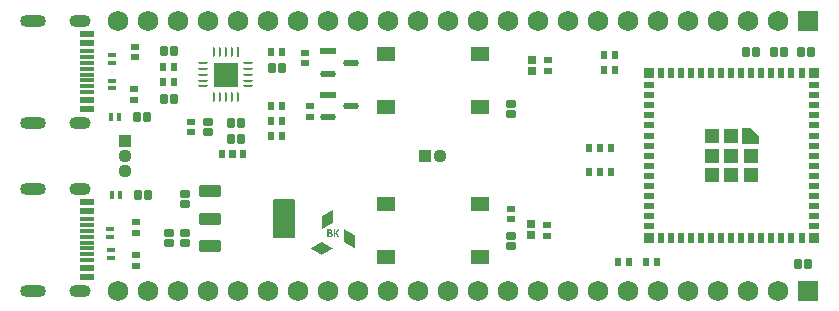
<source format=gts>
G04*
G04 #@! TF.GenerationSoftware,Altium Limited,Altium Designer,24.9.1 (31)*
G04*
G04 Layer_Color=8388736*
%FSLAX44Y44*%
%MOMM*%
G71*
G04*
G04 #@! TF.SameCoordinates,9342EB83-EE33-4B72-AB8E-5D22900AAE0C*
G04*
G04*
G04 #@! TF.FilePolarity,Negative*
G04*
G01*
G75*
G04:AMPARAMS|DCode=16|XSize=0.2425mm|YSize=0.8397mm|CornerRadius=0.1212mm|HoleSize=0mm|Usage=FLASHONLY|Rotation=270.000|XOffset=0mm|YOffset=0mm|HoleType=Round|Shape=RoundedRectangle|*
%AMROUNDEDRECTD16*
21,1,0.2425,0.5972,0,0,270.0*
21,1,0.0000,0.8397,0,0,270.0*
1,1,0.2425,-0.2986,0.0000*
1,1,0.2425,-0.2986,0.0000*
1,1,0.2425,0.2986,0.0000*
1,1,0.2425,0.2986,0.0000*
%
%ADD16ROUNDEDRECTD16*%
G04:AMPARAMS|DCode=17|XSize=0.8397mm|YSize=0.2425mm|CornerRadius=0.1212mm|HoleSize=0mm|Usage=FLASHONLY|Rotation=270.000|XOffset=0mm|YOffset=0mm|HoleType=Round|Shape=RoundedRectangle|*
%AMROUNDEDRECTD17*
21,1,0.8397,0.0000,0,0,270.0*
21,1,0.5972,0.2425,0,0,270.0*
1,1,0.2425,0.0000,-0.2986*
1,1,0.2425,0.0000,0.2986*
1,1,0.2425,0.0000,0.2986*
1,1,0.2425,0.0000,-0.2986*
%
%ADD17ROUNDEDRECTD17*%
%ADD18R,0.2425X0.8397*%
%ADD26R,1.1500X0.6000*%
%ADD27R,1.1500X0.3000*%
%ADD30R,1.5500X1.3000*%
G04:AMPARAMS|DCode=33|XSize=1.3571mm|YSize=0.5721mm|CornerRadius=0.2861mm|HoleSize=0mm|Usage=FLASHONLY|Rotation=0.000|XOffset=0mm|YOffset=0mm|HoleType=Round|Shape=RoundedRectangle|*
%AMROUNDEDRECTD33*
21,1,1.3571,0.0000,0,0,0.0*
21,1,0.7850,0.5721,0,0,0.0*
1,1,0.5721,0.3925,0.0000*
1,1,0.5721,-0.3925,0.0000*
1,1,0.5721,-0.3925,0.0000*
1,1,0.5721,0.3925,0.0000*
%
%ADD33ROUNDEDRECTD33*%
%ADD34R,1.3571X0.5721*%
%ADD37R,2.0500X2.0500*%
%ADD38R,0.7016X0.5916*%
%ADD39R,0.5916X0.7016*%
G04:AMPARAMS|DCode=40|XSize=0.7416mm|YSize=0.8216mm|CornerRadius=0.1308mm|HoleSize=0mm|Usage=FLASHONLY|Rotation=180.000|XOffset=0mm|YOffset=0mm|HoleType=Round|Shape=RoundedRectangle|*
%AMROUNDEDRECTD40*
21,1,0.7416,0.5600,0,0,180.0*
21,1,0.4800,0.8216,0,0,180.0*
1,1,0.2616,-0.2400,0.2800*
1,1,0.2616,0.2400,0.2800*
1,1,0.2616,0.2400,-0.2800*
1,1,0.2616,-0.2400,-0.2800*
%
%ADD40ROUNDEDRECTD40*%
%ADD41R,0.9016X0.9016*%
%ADD42R,0.5016X0.9016*%
%ADD43R,0.9016X0.5016*%
%ADD44R,1.3016X1.3016*%
G04:AMPARAMS|DCode=45|XSize=3.3016mm|YSize=1.8516mm|CornerRadius=0.1033mm|HoleSize=0mm|Usage=FLASHONLY|Rotation=90.000|XOffset=0mm|YOffset=0mm|HoleType=Round|Shape=RoundedRectangle|*
%AMROUNDEDRECTD45*
21,1,3.3016,1.6450,0,0,90.0*
21,1,3.0950,1.8516,0,0,90.0*
1,1,0.2066,0.8225,1.5475*
1,1,0.2066,0.8225,-1.5475*
1,1,0.2066,-0.8225,-1.5475*
1,1,0.2066,-0.8225,1.5475*
%
%ADD45ROUNDEDRECTD45*%
G04:AMPARAMS|DCode=46|XSize=1.0016mm|YSize=1.8516mm|CornerRadius=0.1003mm|HoleSize=0mm|Usage=FLASHONLY|Rotation=90.000|XOffset=0mm|YOffset=0mm|HoleType=Round|Shape=RoundedRectangle|*
%AMROUNDEDRECTD46*
21,1,1.0016,1.6510,0,0,90.0*
21,1,0.8010,1.8516,0,0,90.0*
1,1,0.2006,0.8255,0.4005*
1,1,0.2006,0.8255,-0.4005*
1,1,0.2006,-0.8255,-0.4005*
1,1,0.2006,-0.8255,0.4005*
%
%ADD46ROUNDEDRECTD46*%
G04:AMPARAMS|DCode=47|XSize=0.7416mm|YSize=0.8216mm|CornerRadius=0.1308mm|HoleSize=0mm|Usage=FLASHONLY|Rotation=90.000|XOffset=0mm|YOffset=0mm|HoleType=Round|Shape=RoundedRectangle|*
%AMROUNDEDRECTD47*
21,1,0.7416,0.5600,0,0,90.0*
21,1,0.4800,0.8216,0,0,90.0*
1,1,0.2616,0.2800,0.2400*
1,1,0.2616,0.2800,-0.2400*
1,1,0.2616,-0.2800,-0.2400*
1,1,0.2616,-0.2800,0.2400*
%
%ADD47ROUNDEDRECTD47*%
%ADD48R,0.8016X0.7016*%
%ADD49R,0.4516X0.7016*%
%ADD50R,0.7016X0.4516*%
G04:AMPARAMS|DCode=51|XSize=1mm|YSize=2.2mm|CornerRadius=0.5mm|HoleSize=0mm|Usage=FLASHONLY|Rotation=270.000|XOffset=0mm|YOffset=0mm|HoleType=Round|Shape=RoundedRectangle|*
%AMROUNDEDRECTD51*
21,1,1.0000,1.2000,0,0,270.0*
21,1,0.0000,2.2000,0,0,270.0*
1,1,1.0000,-0.6000,0.0000*
1,1,1.0000,-0.6000,0.0000*
1,1,1.0000,0.6000,0.0000*
1,1,1.0000,0.6000,0.0000*
%
%ADD51ROUNDEDRECTD51*%
G04:AMPARAMS|DCode=52|XSize=1mm|YSize=1.8mm|CornerRadius=0.5mm|HoleSize=0mm|Usage=FLASHONLY|Rotation=270.000|XOffset=0mm|YOffset=0mm|HoleType=Round|Shape=RoundedRectangle|*
%AMROUNDEDRECTD52*
21,1,1.0000,0.8000,0,0,270.0*
21,1,0.0000,1.8000,0,0,270.0*
1,1,1.0000,-0.4000,0.0000*
1,1,1.0000,-0.4000,0.0000*
1,1,1.0000,0.4000,0.0000*
1,1,1.0000,0.4000,0.0000*
%
%ADD52ROUNDEDRECTD52*%
%ADD53R,1.1176X1.1176*%
%ADD54C,1.1176*%
%ADD55R,1.1176X1.1176*%
%ADD56C,1.7272*%
%ADD57R,1.7272X1.7272*%
G36*
X256667Y51009D02*
X256684D01*
Y51026D01*
X256701D01*
Y51043D01*
X256736D01*
Y51061D01*
X256770D01*
Y51078D01*
X256805D01*
Y51095D01*
X256822D01*
Y51112D01*
X256857D01*
Y51130D01*
X256891D01*
Y51147D01*
X256909D01*
Y51164D01*
X256943D01*
Y51182D01*
X256978D01*
Y51199D01*
X257013D01*
Y51216D01*
X257030D01*
Y51234D01*
X257064D01*
Y51251D01*
X257099D01*
Y51268D01*
X257134D01*
Y51285D01*
X257151D01*
Y51303D01*
X257186D01*
Y51320D01*
X257220D01*
Y51337D01*
X257255D01*
Y51355D01*
X257272D01*
Y51372D01*
X257307D01*
Y51389D01*
X257341D01*
Y51407D01*
X257359D01*
Y51424D01*
X257393D01*
Y51441D01*
X257428D01*
Y51458D01*
X257462D01*
Y51476D01*
X257480D01*
Y51493D01*
X257514D01*
Y51510D01*
X257549D01*
Y51528D01*
X257584D01*
Y51545D01*
X257601D01*
Y51562D01*
X257635D01*
Y51579D01*
X257670D01*
Y51597D01*
X257705D01*
Y51614D01*
X257722D01*
Y51631D01*
X257756D01*
Y51649D01*
X257791D01*
Y51666D01*
X257808D01*
Y51683D01*
X257843D01*
Y51701D01*
X257878D01*
Y51718D01*
X257912D01*
Y51735D01*
X257929D01*
Y51753D01*
X257964D01*
Y51770D01*
X257999D01*
Y51787D01*
X258033D01*
Y51804D01*
X258050D01*
Y51822D01*
X258085D01*
Y51839D01*
X258120D01*
Y51856D01*
X258137D01*
Y51874D01*
X258172D01*
Y51891D01*
X258206D01*
Y51908D01*
X258241D01*
Y51926D01*
X258258D01*
Y51943D01*
X258293D01*
Y51960D01*
X258327D01*
Y51977D01*
X258362D01*
Y51995D01*
X258379D01*
Y52012D01*
X258414D01*
Y52029D01*
X258448D01*
Y52047D01*
X258483D01*
Y52064D01*
X258500D01*
Y52081D01*
X258535D01*
Y52098D01*
X258569D01*
Y52116D01*
X258587D01*
Y52133D01*
X258621D01*
Y52150D01*
X258656D01*
Y52168D01*
X258690D01*
Y52185D01*
X258708D01*
Y52202D01*
X258742D01*
Y52220D01*
X258777D01*
Y52237D01*
X258812D01*
Y52254D01*
X258829D01*
Y52271D01*
X258864D01*
Y52289D01*
X258898D01*
Y52306D01*
X258933D01*
Y52323D01*
X258950D01*
Y52341D01*
X258985D01*
Y52358D01*
X259019D01*
Y52375D01*
X259037D01*
Y52393D01*
X259071D01*
Y52410D01*
X259106D01*
Y52427D01*
X259140D01*
Y52444D01*
X259158D01*
Y52462D01*
X259192D01*
Y52479D01*
X259227D01*
Y52496D01*
X259261D01*
Y52514D01*
X259279D01*
Y52531D01*
X259313D01*
Y52548D01*
X259348D01*
Y52565D01*
X259382D01*
Y52583D01*
X259400D01*
Y52600D01*
X259434D01*
Y52617D01*
X259469D01*
Y52635D01*
X259486D01*
Y52652D01*
X259521D01*
Y52669D01*
X259555D01*
Y52687D01*
X259590D01*
Y52704D01*
X259607D01*
Y52721D01*
X259642D01*
Y52738D01*
X259676D01*
Y52756D01*
X259711D01*
Y52773D01*
X259728D01*
Y52790D01*
X259763D01*
Y52808D01*
X259798D01*
Y52825D01*
X259815D01*
Y52842D01*
X259849D01*
Y52860D01*
X259884D01*
Y52877D01*
X259919D01*
Y52894D01*
X259936D01*
Y52912D01*
X259971D01*
Y52929D01*
X260005D01*
Y52946D01*
X260040D01*
Y52963D01*
X260057D01*
Y52981D01*
X260092D01*
Y52998D01*
X260126D01*
Y53015D01*
X260161D01*
Y53032D01*
X260178D01*
Y53050D01*
X260213D01*
Y53067D01*
X260247D01*
Y53084D01*
X260265D01*
Y53102D01*
X260299D01*
Y53119D01*
X260334D01*
Y53136D01*
X260368D01*
Y53154D01*
X260386D01*
Y53171D01*
X260420D01*
Y53188D01*
X260455D01*
Y53205D01*
X260490D01*
Y53223D01*
X260507D01*
Y53240D01*
X260541D01*
Y53257D01*
X260576D01*
Y53275D01*
X260611D01*
Y53292D01*
X260628D01*
Y53309D01*
X260662D01*
Y53327D01*
X260697D01*
Y53344D01*
X260714D01*
Y53361D01*
X260749D01*
Y53379D01*
X260784D01*
Y53396D01*
X260818D01*
Y53413D01*
X260835D01*
Y53430D01*
X260870D01*
Y53448D01*
X260905D01*
Y53465D01*
X260939D01*
Y53482D01*
X260957D01*
Y53500D01*
X260991D01*
Y53517D01*
X261026D01*
Y53534D01*
X261043D01*
Y53552D01*
X261078D01*
Y53569D01*
X261112D01*
Y53586D01*
X261147D01*
Y53603D01*
X261164D01*
Y53621D01*
X261199D01*
Y53638D01*
X261233D01*
Y53655D01*
X261268D01*
Y53673D01*
X261285D01*
Y53690D01*
X261320D01*
Y53707D01*
X261354D01*
Y53724D01*
X261389D01*
Y53742D01*
X261406D01*
Y53759D01*
X261441D01*
Y53776D01*
X261476D01*
Y53794D01*
X261493D01*
Y53811D01*
X261527D01*
Y53828D01*
X261562D01*
Y53846D01*
X261597D01*
Y53863D01*
X261631D01*
Y53811D01*
X261666D01*
Y53794D01*
X261683D01*
Y53776D01*
X261718D01*
Y53759D01*
X261752D01*
Y53742D01*
X261770D01*
Y53724D01*
X261804D01*
Y53707D01*
X261839D01*
Y53690D01*
X261873D01*
Y53673D01*
X261891D01*
Y53655D01*
X261925D01*
Y53638D01*
X261960D01*
Y53621D01*
X261977D01*
Y53603D01*
X262012D01*
Y53586D01*
X262046D01*
Y53569D01*
X262081D01*
Y53552D01*
X262098D01*
Y53534D01*
X262133D01*
Y53517D01*
X262167D01*
Y53500D01*
X262185D01*
Y53482D01*
X262219D01*
Y53465D01*
X262254D01*
Y53448D01*
X262288D01*
Y53430D01*
X262306D01*
Y53413D01*
X262340D01*
Y53396D01*
X262375D01*
Y53379D01*
X262392D01*
Y53361D01*
X262427D01*
Y53344D01*
X262461D01*
Y53327D01*
X262496D01*
Y53309D01*
X262513D01*
Y53292D01*
X262548D01*
Y53275D01*
X262582D01*
Y53257D01*
X262600D01*
Y53240D01*
X262634D01*
Y53223D01*
X262669D01*
Y53205D01*
X262686D01*
Y53188D01*
X262721D01*
Y53171D01*
X262756D01*
Y53154D01*
X262790D01*
Y53136D01*
X262807D01*
Y53119D01*
X262842D01*
Y53102D01*
X262877D01*
Y53084D01*
X262894D01*
Y53067D01*
X262929D01*
Y53050D01*
X262963D01*
Y53032D01*
X262998D01*
Y53015D01*
X263015D01*
Y52998D01*
X263050D01*
Y52981D01*
X263084D01*
Y52963D01*
X263102D01*
Y52946D01*
X263136D01*
Y52929D01*
X263171D01*
Y52912D01*
X263205D01*
Y52894D01*
X263223D01*
Y52877D01*
X263257D01*
Y52860D01*
X263292D01*
Y52842D01*
X263309D01*
Y52825D01*
X263344D01*
Y52808D01*
X263378D01*
Y52790D01*
X263413D01*
Y52773D01*
X263430D01*
Y52756D01*
X263465D01*
Y52738D01*
X263499D01*
Y52721D01*
X263517D01*
Y52704D01*
X263551D01*
Y52687D01*
X263586D01*
Y52669D01*
X263620D01*
Y52652D01*
X263638D01*
Y52635D01*
X263672D01*
Y52617D01*
X263707D01*
Y52600D01*
X263724D01*
Y52583D01*
X263759D01*
Y52565D01*
X263793D01*
Y52548D01*
X263811D01*
Y52531D01*
X263845D01*
Y52514D01*
X263880D01*
Y52496D01*
X263915D01*
Y52479D01*
X263932D01*
Y52462D01*
X263966D01*
Y52444D01*
X264001D01*
Y52427D01*
X264018D01*
Y52410D01*
X264053D01*
Y52393D01*
X264088D01*
Y52375D01*
X264122D01*
Y52358D01*
X264139D01*
Y52341D01*
X264174D01*
Y52323D01*
X264209D01*
Y52306D01*
X264226D01*
Y52289D01*
X264260D01*
Y52271D01*
X264295D01*
Y52254D01*
X264330D01*
Y52237D01*
X264347D01*
Y52220D01*
X264382D01*
Y52202D01*
X264416D01*
Y52185D01*
X264433D01*
Y52168D01*
X264468D01*
Y52150D01*
X264503D01*
Y52133D01*
X264537D01*
Y52116D01*
X264555D01*
Y52098D01*
X264589D01*
Y52081D01*
X264624D01*
Y52064D01*
X264641D01*
Y52047D01*
X264676D01*
Y52029D01*
X264710D01*
Y52012D01*
X264745D01*
Y51995D01*
X264762D01*
Y51977D01*
X264797D01*
Y51960D01*
X264831D01*
Y51943D01*
X264849D01*
Y51926D01*
X264883D01*
Y51908D01*
X264918D01*
Y51891D01*
X264935D01*
Y51874D01*
X264970D01*
Y51856D01*
X265004D01*
Y51839D01*
X265039D01*
Y51822D01*
X265056D01*
Y51804D01*
X265091D01*
Y51787D01*
X265125D01*
Y51770D01*
X265143D01*
Y51753D01*
X265177D01*
Y51735D01*
X265212D01*
Y51718D01*
X265246D01*
Y51701D01*
X265264D01*
Y51683D01*
X265298D01*
Y51666D01*
X265333D01*
Y51649D01*
X265350D01*
Y51631D01*
X265385D01*
Y51614D01*
X265419D01*
Y51597D01*
X265454D01*
Y51579D01*
X265471D01*
Y51562D01*
X265506D01*
Y51545D01*
X265541D01*
Y51528D01*
X265558D01*
Y51510D01*
X265592D01*
Y51493D01*
X265627D01*
Y51476D01*
X265662D01*
Y51458D01*
X265679D01*
Y51441D01*
X265714D01*
Y51424D01*
X265748D01*
Y51407D01*
X265765D01*
Y51389D01*
X265800D01*
Y51372D01*
X265835D01*
Y51355D01*
X265869D01*
Y51337D01*
X265886D01*
Y51320D01*
X265921D01*
Y51303D01*
X265956D01*
Y51285D01*
X265973D01*
Y51268D01*
X266007D01*
Y51251D01*
X266042D01*
Y51234D01*
X266059D01*
Y51216D01*
X266094D01*
Y51199D01*
X266129D01*
Y51182D01*
X266163D01*
Y51164D01*
X266180D01*
Y51147D01*
X266215D01*
Y51130D01*
X266250D01*
Y51112D01*
X266267D01*
Y51095D01*
X266302D01*
Y51078D01*
X266336D01*
Y51061D01*
X266371D01*
Y51043D01*
X266388D01*
Y51026D01*
X266423D01*
Y51009D01*
X266457D01*
Y50991D01*
X266475D01*
Y50974D01*
X266509D01*
Y50957D01*
X266544D01*
Y50939D01*
X266578D01*
Y50922D01*
X266596D01*
Y50905D01*
X266630D01*
Y50888D01*
X266665D01*
Y50870D01*
X266682D01*
Y50853D01*
X266717D01*
Y50836D01*
X266751D01*
Y50818D01*
X266786D01*
Y50801D01*
X266803D01*
Y50784D01*
X266838D01*
Y50767D01*
X266872D01*
Y50749D01*
X266890D01*
Y50732D01*
X266924D01*
Y50715D01*
X266959D01*
Y50697D01*
X266994D01*
Y50680D01*
X267011D01*
Y50663D01*
X267045D01*
Y50645D01*
X267080D01*
Y50628D01*
X267097D01*
Y50611D01*
X267132D01*
Y50594D01*
X267167D01*
Y50576D01*
X267184D01*
Y50559D01*
X267218D01*
Y50542D01*
X267253D01*
Y50524D01*
X267288D01*
Y50507D01*
X267305D01*
Y50490D01*
X267339D01*
Y50472D01*
X267374D01*
Y50455D01*
X267391D01*
Y50438D01*
X267426D01*
Y50421D01*
X267461D01*
Y50403D01*
X267495D01*
Y50386D01*
X267512D01*
Y50369D01*
X267547D01*
Y50351D01*
X267582D01*
Y50334D01*
X267599D01*
Y50317D01*
X267633D01*
Y50300D01*
X267668D01*
Y50282D01*
X267703D01*
Y50265D01*
X267720D01*
Y50248D01*
X267755D01*
Y50230D01*
X267789D01*
Y50213D01*
X267806D01*
Y50196D01*
X267841D01*
Y50178D01*
X267876D01*
Y50161D01*
X267910D01*
Y50144D01*
X267928D01*
Y50127D01*
X267962D01*
Y50109D01*
X267997D01*
Y50092D01*
X268014D01*
Y50075D01*
X268049D01*
Y50057D01*
X268083D01*
Y50040D01*
X268118D01*
Y50023D01*
X268135D01*
Y50005D01*
X268170D01*
Y49988D01*
X268204D01*
Y49971D01*
X268222D01*
Y49953D01*
X268256D01*
Y49936D01*
X268291D01*
Y49919D01*
X268308D01*
Y49902D01*
X268343D01*
Y49884D01*
X268377D01*
Y49867D01*
X268412D01*
Y49850D01*
X268429D01*
Y49832D01*
X268464D01*
Y49815D01*
X268498D01*
Y49798D01*
X268516D01*
Y49781D01*
X268550D01*
Y49763D01*
X268585D01*
Y49746D01*
X268619D01*
Y49729D01*
X268637D01*
Y49711D01*
X268671D01*
Y49694D01*
X268706D01*
Y49677D01*
X268723D01*
Y49660D01*
X268758D01*
Y49642D01*
X268792D01*
Y49625D01*
X268827D01*
Y49608D01*
X268844D01*
Y49590D01*
X268879D01*
Y49573D01*
X268914D01*
Y49556D01*
X268931D01*
Y49538D01*
X268965D01*
Y49521D01*
X269000D01*
Y49504D01*
X269035D01*
Y49486D01*
X269052D01*
Y49469D01*
X269087D01*
Y49452D01*
X269121D01*
Y49435D01*
X269139D01*
Y49417D01*
X269173D01*
Y49400D01*
X269208D01*
Y49383D01*
X269242D01*
Y49365D01*
X269259D01*
Y49348D01*
X269294D01*
Y49331D01*
X269329D01*
Y49314D01*
X269346D01*
Y49296D01*
X269381D01*
Y49279D01*
X269415D01*
Y49262D01*
X269433D01*
Y49244D01*
X269467D01*
Y49227D01*
X269502D01*
Y49210D01*
X269536D01*
Y49192D01*
X269554D01*
Y49175D01*
X269588D01*
Y49158D01*
X269623D01*
Y49141D01*
X269640D01*
Y49123D01*
X269675D01*
Y49106D01*
X269709D01*
Y49089D01*
X269744D01*
Y49071D01*
X269761D01*
Y49054D01*
X269796D01*
Y49037D01*
X269830D01*
Y49019D01*
X269848D01*
Y49002D01*
X269882D01*
Y48985D01*
X269917D01*
Y48967D01*
X269951D01*
Y48950D01*
X269969D01*
Y48933D01*
X270003D01*
Y48916D01*
X270038D01*
Y48898D01*
X270055D01*
Y48881D01*
X270090D01*
Y48864D01*
X270124D01*
Y48847D01*
X270159D01*
Y48829D01*
X270176D01*
Y48812D01*
X270211D01*
Y48795D01*
X270245D01*
Y48777D01*
X270263D01*
Y48760D01*
X270297D01*
Y48743D01*
X270332D01*
Y48725D01*
X270367D01*
Y48708D01*
X270384D01*
Y48691D01*
X270418D01*
Y48674D01*
X270453D01*
Y48656D01*
X270470D01*
Y48639D01*
X270505D01*
Y48622D01*
X270540D01*
Y48604D01*
X270557D01*
Y48587D01*
X270592D01*
Y48570D01*
X270626D01*
Y48552D01*
X270661D01*
Y48535D01*
X270678D01*
Y48518D01*
X270713D01*
Y48500D01*
X270747D01*
Y48483D01*
X270765D01*
Y48466D01*
X270799D01*
Y48449D01*
X270834D01*
Y48431D01*
X270868D01*
Y48414D01*
X270886D01*
Y48397D01*
X270920D01*
Y48379D01*
X270955D01*
Y48362D01*
X270972D01*
Y48345D01*
X271007D01*
Y48310D01*
X270972D01*
Y48293D01*
X270937D01*
Y48276D01*
X270920D01*
Y48258D01*
X270886D01*
Y48241D01*
X270851D01*
Y48224D01*
X270816D01*
Y48206D01*
X270799D01*
Y48189D01*
X270765D01*
Y48172D01*
X270730D01*
Y48155D01*
X270713D01*
Y48137D01*
X270678D01*
Y48120D01*
X270643D01*
Y48103D01*
X270609D01*
Y48085D01*
X270592D01*
Y48068D01*
X270557D01*
Y48051D01*
X270522D01*
Y48033D01*
X270488D01*
Y48016D01*
X270470D01*
Y47999D01*
X270436D01*
Y47982D01*
X270401D01*
Y47964D01*
X270367D01*
Y47947D01*
X270349D01*
Y47930D01*
X270315D01*
Y47912D01*
X270280D01*
Y47895D01*
X270263D01*
Y47878D01*
X270228D01*
Y47860D01*
X270194D01*
Y47843D01*
X270159D01*
Y47826D01*
X270142D01*
Y47809D01*
X270107D01*
Y47791D01*
X270072D01*
Y47774D01*
X270038D01*
Y47757D01*
X270021D01*
Y47739D01*
X269986D01*
Y47722D01*
X269951D01*
Y47705D01*
X269934D01*
Y47688D01*
X269900D01*
Y47670D01*
X269865D01*
Y47653D01*
X269830D01*
Y47636D01*
X269813D01*
Y47618D01*
X269778D01*
Y47601D01*
X269744D01*
Y47584D01*
X269709D01*
Y47566D01*
X269692D01*
Y47549D01*
X269657D01*
Y47532D01*
X269623D01*
Y47515D01*
X269588D01*
Y47497D01*
X269571D01*
Y47480D01*
X269536D01*
Y47463D01*
X269502D01*
Y47445D01*
X269484D01*
Y47428D01*
X269450D01*
Y47411D01*
X269415D01*
Y47393D01*
X269381D01*
Y47376D01*
X269363D01*
Y47359D01*
X269329D01*
Y47341D01*
X269294D01*
Y47324D01*
X269259D01*
Y47307D01*
X269242D01*
Y47290D01*
X269208D01*
Y47272D01*
X269173D01*
Y47255D01*
X269139D01*
Y47238D01*
X269121D01*
Y47221D01*
X269087D01*
Y47203D01*
X269052D01*
Y47186D01*
X269035D01*
Y47169D01*
X269000D01*
Y47151D01*
X268965D01*
Y47134D01*
X268931D01*
Y47117D01*
X268914D01*
Y47099D01*
X268879D01*
Y47082D01*
X268844D01*
Y47065D01*
X268810D01*
Y47048D01*
X268792D01*
Y47030D01*
X268758D01*
Y47013D01*
X268723D01*
Y46996D01*
X268689D01*
Y46978D01*
X268671D01*
Y46961D01*
X268637D01*
Y46944D01*
X268602D01*
Y46926D01*
X268585D01*
Y46909D01*
X268550D01*
Y46892D01*
X268516D01*
Y46874D01*
X268481D01*
Y46857D01*
X268464D01*
Y46840D01*
X268429D01*
Y46823D01*
X268395D01*
Y46805D01*
X268360D01*
Y46788D01*
X268343D01*
Y46771D01*
X268308D01*
Y46753D01*
X268274D01*
Y46736D01*
X268256D01*
Y46719D01*
X268222D01*
Y46701D01*
X268187D01*
Y46684D01*
X268153D01*
Y46667D01*
X268135D01*
Y46650D01*
X268101D01*
Y46632D01*
X268066D01*
Y46615D01*
X268031D01*
Y46598D01*
X268014D01*
Y46580D01*
X267980D01*
Y46563D01*
X267945D01*
Y46546D01*
X267910D01*
Y46529D01*
X267893D01*
Y46511D01*
X267858D01*
Y46494D01*
X267824D01*
Y46477D01*
X267806D01*
Y46459D01*
X267772D01*
Y46442D01*
X267737D01*
Y46425D01*
X267703D01*
Y46407D01*
X267685D01*
Y46390D01*
X267651D01*
Y46373D01*
X267616D01*
Y46356D01*
X267582D01*
Y46338D01*
X267564D01*
Y46321D01*
X267530D01*
Y46304D01*
X267495D01*
Y46286D01*
X267461D01*
Y46269D01*
X267443D01*
Y46252D01*
X267409D01*
Y46234D01*
X267374D01*
Y46217D01*
X267357D01*
Y46200D01*
X267322D01*
Y46183D01*
X267288D01*
Y46165D01*
X267253D01*
Y46148D01*
X267236D01*
Y46131D01*
X267201D01*
Y46113D01*
X267167D01*
Y46096D01*
X267132D01*
Y46079D01*
X267115D01*
Y46062D01*
X267080D01*
Y46044D01*
X267045D01*
Y46027D01*
X267011D01*
Y46010D01*
X266994D01*
Y45992D01*
X266959D01*
Y45975D01*
X266924D01*
Y45958D01*
X266907D01*
Y45940D01*
X266872D01*
Y45923D01*
X266838D01*
Y45906D01*
X266803D01*
Y45889D01*
X266786D01*
Y45871D01*
X266751D01*
Y45854D01*
X266717D01*
Y45837D01*
X266682D01*
Y45819D01*
X266665D01*
Y45802D01*
X266630D01*
Y45785D01*
X266596D01*
Y45767D01*
X266578D01*
Y45750D01*
X266544D01*
Y45733D01*
X266509D01*
Y45715D01*
X266475D01*
Y45698D01*
X266457D01*
Y45681D01*
X266423D01*
Y45664D01*
X266388D01*
Y45646D01*
X266353D01*
Y45629D01*
X266336D01*
Y45612D01*
X266302D01*
Y45594D01*
X266267D01*
Y45577D01*
X266232D01*
Y45560D01*
X266215D01*
Y45543D01*
X266180D01*
Y45525D01*
X266146D01*
Y45508D01*
X266129D01*
Y45491D01*
X266094D01*
Y45473D01*
X266059D01*
Y45456D01*
X266025D01*
Y45439D01*
X266007D01*
Y45422D01*
X265973D01*
Y45404D01*
X265938D01*
Y45387D01*
X265904D01*
Y45370D01*
X265886D01*
Y45352D01*
X265852D01*
Y45335D01*
X265817D01*
Y45318D01*
X265783D01*
Y45300D01*
X265765D01*
Y45283D01*
X265731D01*
Y45266D01*
X265696D01*
Y45248D01*
X265679D01*
Y45231D01*
X265644D01*
Y45214D01*
X265610D01*
Y45197D01*
X265575D01*
Y45179D01*
X265558D01*
Y45162D01*
X265523D01*
Y45145D01*
X265489D01*
Y45127D01*
X265454D01*
Y45110D01*
X265437D01*
Y45093D01*
X265402D01*
Y45075D01*
X265368D01*
Y45058D01*
X265333D01*
Y45041D01*
X265316D01*
Y45024D01*
X265281D01*
Y45006D01*
X265246D01*
Y44989D01*
X265229D01*
Y44972D01*
X265194D01*
Y44954D01*
X265160D01*
Y44937D01*
X265125D01*
Y44920D01*
X265108D01*
Y44903D01*
X265073D01*
Y44885D01*
X265039D01*
Y44868D01*
X265004D01*
Y44851D01*
X264987D01*
Y44833D01*
X264952D01*
Y44816D01*
X264918D01*
Y44799D01*
X264900D01*
Y44781D01*
X264866D01*
Y44764D01*
X264831D01*
Y44747D01*
X264797D01*
Y44730D01*
X264779D01*
Y44712D01*
X264745D01*
Y44695D01*
X264710D01*
Y44678D01*
X264676D01*
Y44660D01*
X264658D01*
Y44643D01*
X264624D01*
Y44626D01*
X264589D01*
Y44608D01*
X264555D01*
Y44591D01*
X264537D01*
Y44574D01*
X264503D01*
Y44557D01*
X264468D01*
Y44539D01*
X264451D01*
Y44522D01*
X264416D01*
Y44505D01*
X264382D01*
Y44487D01*
X264347D01*
Y44470D01*
X264330D01*
Y44453D01*
X264295D01*
Y44436D01*
X264260D01*
Y44418D01*
X264226D01*
Y44401D01*
X264209D01*
Y44384D01*
X264174D01*
Y44366D01*
X264139D01*
Y44349D01*
X264105D01*
Y44332D01*
X264088D01*
Y44314D01*
X264053D01*
Y44297D01*
X264018D01*
Y44280D01*
X264001D01*
Y44262D01*
X263966D01*
Y44245D01*
X263932D01*
Y44228D01*
X263897D01*
Y44211D01*
X263880D01*
Y44193D01*
X263845D01*
Y44176D01*
X263811D01*
Y44159D01*
X263776D01*
Y44141D01*
X263759D01*
Y44124D01*
X263724D01*
Y44107D01*
X263690D01*
Y44089D01*
X263655D01*
Y44072D01*
X263638D01*
Y44055D01*
X263603D01*
Y44038D01*
X263568D01*
Y44020D01*
X263551D01*
Y44003D01*
X263517D01*
Y43986D01*
X263482D01*
Y43968D01*
X263447D01*
Y43951D01*
X263430D01*
Y43934D01*
X263396D01*
Y43917D01*
X263361D01*
Y43899D01*
X263326D01*
Y43882D01*
X263309D01*
Y43865D01*
X263274D01*
Y43847D01*
X263240D01*
Y43830D01*
X263223D01*
Y43813D01*
X263188D01*
Y43795D01*
X263153D01*
Y43778D01*
X263119D01*
Y43761D01*
X263102D01*
Y43744D01*
X263067D01*
Y43726D01*
X263032D01*
Y43709D01*
X262998D01*
Y43692D01*
X262980D01*
Y43674D01*
X262946D01*
Y43657D01*
X262911D01*
Y43640D01*
X262877D01*
Y43622D01*
X262859D01*
Y43605D01*
X262825D01*
Y43588D01*
X262790D01*
Y43571D01*
X262773D01*
Y43553D01*
X262738D01*
Y43536D01*
X262704D01*
Y43519D01*
X262669D01*
Y43501D01*
X262652D01*
Y43484D01*
X262617D01*
Y43467D01*
X262582D01*
Y43450D01*
X262548D01*
Y43432D01*
X262531D01*
Y43415D01*
X262496D01*
Y43398D01*
X262461D01*
Y43380D01*
X262427D01*
Y43363D01*
X262410D01*
Y43346D01*
X262375D01*
Y43328D01*
X262340D01*
Y43311D01*
X262323D01*
Y43294D01*
X262288D01*
Y43277D01*
X262254D01*
Y43259D01*
X262219D01*
Y43242D01*
X262202D01*
Y43225D01*
X262167D01*
Y43207D01*
X262133D01*
Y43190D01*
X262098D01*
Y43173D01*
X262081D01*
Y43155D01*
X262046D01*
Y43138D01*
X262012D01*
Y43121D01*
X261977D01*
Y43103D01*
X261960D01*
Y43086D01*
X261925D01*
Y43069D01*
X261891D01*
Y43052D01*
X261873D01*
Y43034D01*
X261839D01*
Y43017D01*
X261804D01*
Y43000D01*
X261770D01*
Y42983D01*
X261752D01*
Y42965D01*
X261718D01*
Y42948D01*
X261683D01*
Y42931D01*
X261648D01*
Y42913D01*
X261631D01*
Y42896D01*
X261579D01*
Y42913D01*
X261545D01*
Y42931D01*
X261510D01*
Y42948D01*
X261493D01*
Y42965D01*
X261458D01*
Y42983D01*
X261424D01*
Y43000D01*
X261406D01*
Y43017D01*
X261372D01*
Y43034D01*
X261337D01*
Y43052D01*
X261303D01*
Y43069D01*
X261285D01*
Y43086D01*
X261251D01*
Y43103D01*
X261216D01*
Y43121D01*
X261199D01*
Y43138D01*
X261164D01*
Y43155D01*
X261129D01*
Y43173D01*
X261095D01*
Y43190D01*
X261078D01*
Y43207D01*
X261043D01*
Y43225D01*
X261008D01*
Y43242D01*
X260991D01*
Y43259D01*
X260957D01*
Y43277D01*
X260922D01*
Y43294D01*
X260887D01*
Y43311D01*
X260870D01*
Y43328D01*
X260835D01*
Y43346D01*
X260801D01*
Y43363D01*
X260784D01*
Y43380D01*
X260749D01*
Y43398D01*
X260714D01*
Y43415D01*
X260680D01*
Y43432D01*
X260662D01*
Y43450D01*
X260628D01*
Y43467D01*
X260593D01*
Y43484D01*
X260576D01*
Y43501D01*
X260541D01*
Y43519D01*
X260507D01*
Y43536D01*
X260472D01*
Y43553D01*
X260455D01*
Y43571D01*
X260420D01*
Y43588D01*
X260386D01*
Y43605D01*
X260351D01*
Y43622D01*
X260334D01*
Y43640D01*
X260299D01*
Y43657D01*
X260265D01*
Y43674D01*
X260247D01*
Y43692D01*
X260213D01*
Y43709D01*
X260178D01*
Y43726D01*
X260144D01*
Y43744D01*
X260126D01*
Y43761D01*
X260092D01*
Y43778D01*
X260057D01*
Y43795D01*
X260040D01*
Y43813D01*
X260005D01*
Y43830D01*
X259971D01*
Y43847D01*
X259936D01*
Y43865D01*
X259919D01*
Y43882D01*
X259884D01*
Y43899D01*
X259849D01*
Y43917D01*
X259832D01*
Y43934D01*
X259798D01*
Y43951D01*
X259763D01*
Y43968D01*
X259728D01*
Y43986D01*
X259711D01*
Y44003D01*
X259676D01*
Y44020D01*
X259642D01*
Y44038D01*
X259625D01*
Y44055D01*
X259590D01*
Y44072D01*
X259555D01*
Y44089D01*
X259521D01*
Y44107D01*
X259503D01*
Y44124D01*
X259469D01*
Y44141D01*
X259434D01*
Y44159D01*
X259417D01*
Y44176D01*
X259382D01*
Y44193D01*
X259348D01*
Y44211D01*
X259313D01*
Y44228D01*
X259296D01*
Y44245D01*
X259261D01*
Y44262D01*
X259227D01*
Y44280D01*
X259209D01*
Y44297D01*
X259175D01*
Y44314D01*
X259140D01*
Y44332D01*
X259106D01*
Y44349D01*
X259088D01*
Y44366D01*
X259054D01*
Y44384D01*
X259019D01*
Y44401D01*
X258985D01*
Y44418D01*
X258967D01*
Y44436D01*
X258933D01*
Y44453D01*
X258898D01*
Y44470D01*
X258881D01*
Y44487D01*
X258846D01*
Y44505D01*
X258812D01*
Y44522D01*
X258777D01*
Y44539D01*
X258760D01*
Y44557D01*
X258725D01*
Y44574D01*
X258690D01*
Y44591D01*
X258673D01*
Y44608D01*
X258639D01*
Y44626D01*
X258604D01*
Y44643D01*
X258569D01*
Y44660D01*
X258552D01*
Y44678D01*
X258517D01*
Y44695D01*
X258483D01*
Y44712D01*
X258466D01*
Y44730D01*
X258431D01*
Y44747D01*
X258396D01*
Y44764D01*
X258362D01*
Y44781D01*
X258345D01*
Y44799D01*
X258310D01*
Y44816D01*
X258275D01*
Y44833D01*
X258258D01*
Y44851D01*
X258223D01*
Y44868D01*
X258189D01*
Y44885D01*
X258154D01*
Y44903D01*
X258137D01*
Y44920D01*
X258102D01*
Y44937D01*
X258068D01*
Y44954D01*
X258050D01*
Y44972D01*
X258016D01*
Y44989D01*
X257981D01*
Y45006D01*
X257947D01*
Y45024D01*
X257929D01*
Y45041D01*
X257895D01*
Y45058D01*
X257860D01*
Y45075D01*
X257826D01*
Y45093D01*
X257808D01*
Y45110D01*
X257774D01*
Y45127D01*
X257739D01*
Y45145D01*
X257722D01*
Y45162D01*
X257687D01*
Y45179D01*
X257653D01*
Y45197D01*
X257618D01*
Y45214D01*
X257601D01*
Y45231D01*
X257566D01*
Y45248D01*
X257532D01*
Y45266D01*
X257514D01*
Y45283D01*
X257480D01*
Y45300D01*
X257445D01*
Y45318D01*
X257411D01*
Y45335D01*
X257393D01*
Y45352D01*
X257359D01*
Y45370D01*
X257324D01*
Y45387D01*
X257307D01*
Y45404D01*
X257272D01*
Y45422D01*
X257237D01*
Y45439D01*
X257203D01*
Y45456D01*
X257186D01*
Y45473D01*
X257151D01*
Y45491D01*
X257116D01*
Y45508D01*
X257099D01*
Y45525D01*
X257064D01*
Y45543D01*
X257030D01*
Y45560D01*
X256995D01*
Y45577D01*
X256978D01*
Y45594D01*
X256943D01*
Y45612D01*
X256909D01*
Y45629D01*
X256891D01*
Y45646D01*
X256857D01*
Y45664D01*
X256822D01*
Y45681D01*
X256788D01*
Y45698D01*
X256770D01*
Y45715D01*
X256736D01*
Y45733D01*
X256701D01*
Y45750D01*
X256684D01*
Y45767D01*
X256649D01*
Y45785D01*
X256615D01*
Y45802D01*
X256580D01*
Y45819D01*
X256563D01*
Y45837D01*
X256528D01*
Y45854D01*
X256494D01*
Y45871D01*
X256459D01*
Y45889D01*
X256442D01*
Y45906D01*
X256407D01*
Y45923D01*
X256373D01*
Y45940D01*
X256355D01*
Y45958D01*
X256321D01*
Y45975D01*
X256286D01*
Y45992D01*
X256252D01*
Y46010D01*
X256234D01*
Y46027D01*
X256200D01*
Y46044D01*
X256165D01*
Y46062D01*
X256148D01*
Y46079D01*
X256113D01*
Y46096D01*
X256078D01*
Y46113D01*
X256044D01*
Y46131D01*
X256027D01*
Y46148D01*
X255992D01*
Y46165D01*
X255958D01*
Y46183D01*
X255940D01*
Y46200D01*
X255906D01*
Y46217D01*
X255871D01*
Y46234D01*
X255836D01*
Y46252D01*
X255819D01*
Y46269D01*
X255784D01*
Y46286D01*
X255750D01*
Y46304D01*
X255733D01*
Y46321D01*
X255698D01*
Y46338D01*
X255663D01*
Y46356D01*
X255629D01*
Y46373D01*
X255611D01*
Y46390D01*
X255577D01*
Y46407D01*
X255542D01*
Y46425D01*
X255525D01*
Y46442D01*
X255490D01*
Y46459D01*
X255456D01*
Y46477D01*
X255421D01*
Y46494D01*
X255404D01*
Y46511D01*
X255369D01*
Y46529D01*
X255335D01*
Y46546D01*
X255317D01*
Y46563D01*
X255283D01*
Y46580D01*
X255248D01*
Y46598D01*
X255214D01*
Y46615D01*
X255196D01*
Y46632D01*
X255162D01*
Y46650D01*
X255127D01*
Y46667D01*
X255093D01*
Y46684D01*
X255075D01*
Y46701D01*
X255041D01*
Y46719D01*
X255006D01*
Y46736D01*
X254989D01*
Y46753D01*
X254954D01*
Y46771D01*
X254920D01*
Y46788D01*
X254885D01*
Y46805D01*
X254868D01*
Y46823D01*
X254833D01*
Y46840D01*
X254799D01*
Y46857D01*
X254781D01*
Y46874D01*
X254747D01*
Y46892D01*
X254712D01*
Y46909D01*
X254677D01*
Y46926D01*
X254660D01*
Y46944D01*
X254625D01*
Y46961D01*
X254591D01*
Y46978D01*
X254574D01*
Y46996D01*
X254539D01*
Y47013D01*
X254504D01*
Y47030D01*
X254470D01*
Y47048D01*
X254452D01*
Y47065D01*
X254418D01*
Y47082D01*
X254383D01*
Y47099D01*
X254366D01*
Y47117D01*
X254331D01*
Y47134D01*
X254297D01*
Y47151D01*
X254262D01*
Y47169D01*
X254245D01*
Y47186D01*
X254210D01*
Y47203D01*
X254176D01*
Y47221D01*
X254158D01*
Y47238D01*
X254124D01*
Y47255D01*
X254089D01*
Y47272D01*
X254055D01*
Y47290D01*
X254037D01*
Y47307D01*
X254003D01*
Y47324D01*
X253968D01*
Y47341D01*
X253934D01*
Y47359D01*
X253916D01*
Y47376D01*
X253882D01*
Y47393D01*
X253847D01*
Y47411D01*
X253830D01*
Y47428D01*
X253795D01*
Y47445D01*
X253761D01*
Y47463D01*
X253726D01*
Y47480D01*
X253709D01*
Y47497D01*
X253674D01*
Y47515D01*
X253640D01*
Y47532D01*
X253622D01*
Y47549D01*
X253588D01*
Y47566D01*
X253553D01*
Y47584D01*
X253518D01*
Y47601D01*
X253501D01*
Y47618D01*
X253466D01*
Y47636D01*
X253432D01*
Y47653D01*
X253415D01*
Y47670D01*
X253380D01*
Y47688D01*
X253346D01*
Y47705D01*
X253311D01*
Y47722D01*
X253294D01*
Y47739D01*
X253259D01*
Y47757D01*
X253224D01*
Y47774D01*
X253207D01*
Y47791D01*
X253172D01*
Y47809D01*
X253138D01*
Y47826D01*
X253103D01*
Y47843D01*
X253086D01*
Y47860D01*
X253051D01*
Y47878D01*
X253017D01*
Y47895D01*
X252999D01*
Y47912D01*
X252965D01*
Y47930D01*
X252930D01*
Y47947D01*
X252896D01*
Y47964D01*
X252878D01*
Y47982D01*
X252844D01*
Y47999D01*
X252809D01*
Y48016D01*
X252792D01*
Y48033D01*
X252757D01*
Y48051D01*
X252723D01*
Y48068D01*
X252688D01*
Y48085D01*
X252671D01*
Y48103D01*
X252636D01*
Y48120D01*
X252602D01*
Y48137D01*
X252567D01*
Y48155D01*
X252550D01*
Y48172D01*
X252515D01*
Y48189D01*
X252481D01*
Y48206D01*
X252463D01*
Y48224D01*
X252429D01*
Y48241D01*
X252394D01*
Y48258D01*
X252360D01*
Y48276D01*
X252342D01*
Y48293D01*
X252308D01*
Y48310D01*
X252273D01*
Y48327D01*
X252256D01*
Y48345D01*
X252221D01*
Y48362D01*
X252187D01*
Y48379D01*
X252152D01*
Y48397D01*
X252169D01*
Y48414D01*
X252187D01*
Y48431D01*
X252221D01*
Y48449D01*
X252238D01*
Y48466D01*
X252273D01*
Y48483D01*
X252308D01*
Y48500D01*
X252325D01*
Y48518D01*
X252360D01*
Y48535D01*
X252394D01*
Y48552D01*
X252429D01*
Y48570D01*
X252446D01*
Y48587D01*
X252481D01*
Y48604D01*
X252515D01*
Y48622D01*
X252550D01*
Y48639D01*
X252567D01*
Y48656D01*
X252602D01*
Y48674D01*
X252636D01*
Y48691D01*
X252671D01*
Y48708D01*
X252688D01*
Y48725D01*
X252723D01*
Y48743D01*
X252757D01*
Y48760D01*
X252775D01*
Y48777D01*
X252809D01*
Y48795D01*
X252844D01*
Y48812D01*
X252878D01*
Y48829D01*
X252896D01*
Y48847D01*
X252930D01*
Y48864D01*
X252965D01*
Y48881D01*
X252999D01*
Y48898D01*
X253017D01*
Y48916D01*
X253051D01*
Y48933D01*
X253086D01*
Y48950D01*
X253121D01*
Y48967D01*
X253138D01*
Y48985D01*
X253172D01*
Y49002D01*
X253207D01*
Y49019D01*
X253224D01*
Y49037D01*
X253259D01*
Y49054D01*
X253294D01*
Y49071D01*
X253328D01*
Y49089D01*
X253346D01*
Y49106D01*
X253380D01*
Y49123D01*
X253415D01*
Y49141D01*
X253449D01*
Y49158D01*
X253466D01*
Y49175D01*
X253501D01*
Y49192D01*
X253536D01*
Y49210D01*
X253553D01*
Y49227D01*
X253588D01*
Y49244D01*
X253622D01*
Y49262D01*
X253657D01*
Y49279D01*
X253674D01*
Y49296D01*
X253709D01*
Y49314D01*
X253743D01*
Y49331D01*
X253778D01*
Y49348D01*
X253795D01*
Y49365D01*
X253830D01*
Y49383D01*
X253864D01*
Y49400D01*
X253899D01*
Y49417D01*
X253916D01*
Y49435D01*
X253951D01*
Y49452D01*
X253986D01*
Y49469D01*
X254003D01*
Y49486D01*
X254037D01*
Y49504D01*
X254072D01*
Y49521D01*
X254107D01*
Y49538D01*
X254124D01*
Y49556D01*
X254158D01*
Y49573D01*
X254193D01*
Y49590D01*
X254228D01*
Y49608D01*
X254245D01*
Y49625D01*
X254280D01*
Y49642D01*
X254314D01*
Y49660D01*
X254349D01*
Y49677D01*
X254366D01*
Y49694D01*
X254401D01*
Y49711D01*
X254435D01*
Y49729D01*
X254452D01*
Y49746D01*
X254487D01*
Y49763D01*
X254522D01*
Y49781D01*
X254556D01*
Y49798D01*
X254574D01*
Y49815D01*
X254608D01*
Y49832D01*
X254643D01*
Y49850D01*
X254677D01*
Y49867D01*
X254695D01*
Y49884D01*
X254729D01*
Y49902D01*
X254764D01*
Y49919D01*
X254799D01*
Y49936D01*
X254816D01*
Y49953D01*
X254850D01*
Y49971D01*
X254885D01*
Y49988D01*
X254902D01*
Y50005D01*
X254937D01*
Y50023D01*
X254972D01*
Y50040D01*
X255006D01*
Y50057D01*
X255023D01*
Y50075D01*
X255058D01*
Y50092D01*
X255093D01*
Y50109D01*
X255127D01*
Y50127D01*
X255144D01*
Y50144D01*
X255179D01*
Y50161D01*
X255214D01*
Y50178D01*
X255231D01*
Y50196D01*
X255266D01*
Y50213D01*
X255300D01*
Y50230D01*
X255335D01*
Y50248D01*
X255352D01*
Y50265D01*
X255387D01*
Y50282D01*
X255421D01*
Y50300D01*
X255456D01*
Y50317D01*
X255473D01*
Y50334D01*
X255508D01*
Y50351D01*
X255542D01*
Y50369D01*
X255577D01*
Y50386D01*
X255594D01*
Y50403D01*
X255629D01*
Y50421D01*
X255663D01*
Y50438D01*
X255681D01*
Y50455D01*
X255715D01*
Y50472D01*
X255750D01*
Y50490D01*
X255784D01*
Y50507D01*
X255802D01*
Y50524D01*
X255836D01*
Y50542D01*
X255871D01*
Y50559D01*
X255906D01*
Y50576D01*
X255923D01*
Y50594D01*
X255958D01*
Y50611D01*
X255992D01*
Y50628D01*
X256027D01*
Y50645D01*
X256044D01*
Y50663D01*
X256078D01*
Y50680D01*
X256113D01*
Y50697D01*
X256130D01*
Y50715D01*
X256165D01*
Y50732D01*
X256200D01*
Y50749D01*
X256234D01*
Y50767D01*
X256252D01*
Y50784D01*
X256286D01*
Y50801D01*
X256321D01*
Y50818D01*
X256355D01*
Y50836D01*
X256373D01*
Y50853D01*
X256407D01*
Y50870D01*
X256442D01*
Y50888D01*
X256459D01*
Y50905D01*
X256494D01*
Y50922D01*
X256528D01*
Y50939D01*
X256563D01*
Y50957D01*
X256580D01*
Y50974D01*
X256615D01*
Y50991D01*
X256649D01*
Y51009D01*
X256667D01*
D02*
G37*
G36*
X268325Y64501D02*
X268585D01*
Y64484D01*
X268758D01*
Y64466D01*
X268879D01*
Y64449D01*
X268965D01*
Y64432D01*
X269052D01*
Y64415D01*
X269104D01*
Y64397D01*
X269173D01*
Y64380D01*
X269225D01*
Y64363D01*
X269277D01*
Y64345D01*
X269311D01*
Y64328D01*
X269363D01*
Y64311D01*
X269398D01*
Y64293D01*
X269450D01*
Y64276D01*
X269484D01*
Y64259D01*
X269519D01*
Y64242D01*
X269536D01*
Y64224D01*
X269571D01*
Y64207D01*
X269606D01*
Y64190D01*
X269623D01*
Y64172D01*
X269657D01*
Y64155D01*
X269675D01*
Y64138D01*
X269709D01*
Y64120D01*
X269727D01*
Y64103D01*
X269744D01*
Y64086D01*
X269778D01*
Y64069D01*
X269796D01*
Y64051D01*
X269813D01*
Y64034D01*
X269830D01*
Y64017D01*
X269848D01*
Y63999D01*
X269865D01*
Y63982D01*
X269882D01*
Y63965D01*
X269900D01*
Y63948D01*
X269917D01*
Y63930D01*
X269934D01*
Y63913D01*
X269951D01*
Y63896D01*
X269969D01*
Y63878D01*
X269986D01*
Y63861D01*
X270003D01*
Y63844D01*
X270021D01*
Y63826D01*
X270038D01*
Y63809D01*
X270055D01*
Y63774D01*
X270072D01*
Y63757D01*
X270090D01*
Y63740D01*
X270107D01*
Y63705D01*
X270124D01*
Y63688D01*
X270142D01*
Y63653D01*
X270159D01*
Y63636D01*
X270176D01*
Y63601D01*
X270194D01*
Y63584D01*
X270211D01*
Y63550D01*
X270228D01*
Y63515D01*
X270245D01*
Y63481D01*
X270263D01*
Y63446D01*
X270280D01*
Y63411D01*
X270297D01*
Y63377D01*
X270315D01*
Y63325D01*
X270332D01*
Y63290D01*
X270349D01*
Y63238D01*
X270367D01*
Y63186D01*
X270384D01*
Y63100D01*
X270401D01*
Y63013D01*
X270418D01*
Y62564D01*
X270401D01*
Y62477D01*
X270384D01*
Y62391D01*
X270367D01*
Y62339D01*
X270349D01*
Y62287D01*
X270332D01*
Y62235D01*
X270315D01*
Y62200D01*
X270297D01*
Y62148D01*
X270280D01*
Y62114D01*
X270263D01*
Y62079D01*
X270245D01*
Y62062D01*
X270228D01*
Y62027D01*
X270211D01*
Y61993D01*
X270194D01*
Y61975D01*
X270176D01*
Y61941D01*
X270159D01*
Y61924D01*
X270142D01*
Y61889D01*
X270124D01*
Y61872D01*
X270107D01*
Y61855D01*
X270090D01*
Y61837D01*
X270072D01*
Y61820D01*
X270055D01*
Y61803D01*
X270038D01*
Y61785D01*
X270021D01*
Y61768D01*
X270003D01*
Y61751D01*
X269986D01*
Y61733D01*
X269969D01*
Y61716D01*
X269951D01*
Y61699D01*
X269917D01*
Y61681D01*
X269900D01*
Y61664D01*
X269882D01*
Y61647D01*
X269848D01*
Y61630D01*
X269830D01*
Y61612D01*
X269796D01*
Y61595D01*
X269761D01*
Y61578D01*
X269727D01*
Y61560D01*
X269692D01*
Y61543D01*
X269675D01*
Y61526D01*
X269709D01*
Y61508D01*
X269761D01*
Y61491D01*
X269813D01*
Y61474D01*
X269865D01*
Y61457D01*
X269900D01*
Y61439D01*
X269934D01*
Y61422D01*
X269969D01*
Y61405D01*
X270003D01*
Y61387D01*
X270038D01*
Y61370D01*
X270072D01*
Y61353D01*
X270107D01*
Y61336D01*
X270124D01*
Y61318D01*
X270159D01*
Y61301D01*
X270176D01*
Y61284D01*
X270211D01*
Y61266D01*
X270228D01*
Y61249D01*
X270245D01*
Y61232D01*
X270280D01*
Y61214D01*
X270297D01*
Y61197D01*
X270315D01*
Y61180D01*
X270332D01*
Y61163D01*
X270349D01*
Y61145D01*
X270367D01*
Y61128D01*
X270384D01*
Y61111D01*
X270401D01*
Y61093D01*
X270418D01*
Y61076D01*
X270436D01*
Y61059D01*
X270453D01*
Y61041D01*
X270470D01*
Y61024D01*
X270488D01*
Y60990D01*
X270505D01*
Y60972D01*
X270522D01*
Y60955D01*
X270540D01*
Y60920D01*
X270557D01*
Y60903D01*
X270574D01*
Y60869D01*
X270592D01*
Y60851D01*
X270609D01*
Y60817D01*
X270626D01*
Y60782D01*
X270643D01*
Y60747D01*
X270661D01*
Y60713D01*
X270678D01*
Y60678D01*
X270695D01*
Y60626D01*
X270713D01*
Y60592D01*
X270730D01*
Y60540D01*
X270747D01*
Y60488D01*
X270765D01*
Y60419D01*
X270782D01*
Y60350D01*
X270799D01*
Y60246D01*
X270816D01*
Y60090D01*
X270834D01*
Y59813D01*
X270816D01*
Y59640D01*
X270799D01*
Y59537D01*
X270782D01*
Y59467D01*
X270765D01*
Y59398D01*
X270747D01*
Y59346D01*
X270730D01*
Y59294D01*
X270713D01*
Y59243D01*
X270695D01*
Y59208D01*
X270678D01*
Y59156D01*
X270661D01*
Y59121D01*
X270643D01*
Y59087D01*
X270626D01*
Y59052D01*
X270609D01*
Y59035D01*
X270592D01*
Y59000D01*
X270574D01*
Y58966D01*
X270557D01*
Y58948D01*
X270540D01*
Y58914D01*
X270522D01*
Y58896D01*
X270505D01*
Y58862D01*
X270488D01*
Y58845D01*
X270470D01*
Y58827D01*
X270453D01*
Y58793D01*
X270436D01*
Y58775D01*
X270418D01*
Y58758D01*
X270401D01*
Y58741D01*
X270384D01*
Y58724D01*
X270367D01*
Y58689D01*
X270349D01*
Y58672D01*
X270332D01*
Y58654D01*
X270315D01*
Y58637D01*
X270297D01*
Y58620D01*
X270280D01*
Y58602D01*
X270263D01*
Y58585D01*
X270228D01*
Y58568D01*
X270211D01*
Y58551D01*
X270194D01*
Y58533D01*
X270176D01*
Y58516D01*
X270159D01*
Y58499D01*
X270142D01*
Y58481D01*
X270107D01*
Y58464D01*
X270090D01*
Y58447D01*
X270072D01*
Y58429D01*
X270038D01*
Y58412D01*
X270021D01*
Y58395D01*
X270003D01*
Y58378D01*
X269969D01*
Y58360D01*
X269951D01*
Y58343D01*
X269917D01*
Y58326D01*
X269882D01*
Y58308D01*
X269865D01*
Y58291D01*
X269830D01*
Y58274D01*
X269796D01*
Y58257D01*
X269761D01*
Y58239D01*
X269727D01*
Y58222D01*
X269692D01*
Y58205D01*
X269657D01*
Y58187D01*
X269623D01*
Y58170D01*
X269571D01*
Y58153D01*
X269536D01*
Y58135D01*
X269484D01*
Y58118D01*
X269433D01*
Y58101D01*
X269381D01*
Y58084D01*
X269311D01*
Y58066D01*
X269242D01*
Y58049D01*
X269173D01*
Y58032D01*
X269087D01*
Y58014D01*
X268983D01*
Y57997D01*
X268862D01*
Y57980D01*
X268689D01*
Y57962D01*
X268412D01*
Y57945D01*
X266423D01*
Y64518D01*
X268325D01*
Y64501D01*
D02*
G37*
G36*
X261700Y72112D02*
Y75641D01*
X261735D01*
Y75658D01*
X261752D01*
Y75676D01*
X261787D01*
Y75693D01*
X261821D01*
Y75710D01*
X261856D01*
Y75727D01*
X261873D01*
Y75745D01*
X261908D01*
Y75762D01*
X261943D01*
Y75779D01*
X261977D01*
Y75797D01*
X261994D01*
Y75814D01*
X262029D01*
Y75831D01*
X262064D01*
Y75848D01*
X262098D01*
Y75866D01*
X262115D01*
Y75883D01*
X262150D01*
Y75900D01*
X262185D01*
Y75918D01*
X262219D01*
Y75935D01*
X262237D01*
Y75952D01*
X262271D01*
Y75970D01*
X262306D01*
Y75987D01*
X262340D01*
Y76004D01*
X262358D01*
Y76021D01*
X262392D01*
Y76039D01*
X262427D01*
Y76056D01*
X262461D01*
Y76073D01*
X262479D01*
Y76091D01*
X262513D01*
Y76108D01*
X262548D01*
Y76125D01*
X262582D01*
Y76143D01*
X262600D01*
Y76160D01*
X262634D01*
Y76177D01*
X262669D01*
Y76194D01*
X262704D01*
Y76212D01*
X262721D01*
Y76229D01*
X262756D01*
Y76246D01*
X262790D01*
Y76264D01*
X262825D01*
Y76281D01*
X262842D01*
Y76298D01*
X262877D01*
Y76315D01*
X262911D01*
Y76333D01*
X262946D01*
Y76350D01*
X262963D01*
Y76367D01*
X262998D01*
Y76385D01*
X263032D01*
Y76402D01*
X263067D01*
Y76419D01*
X263084D01*
Y76437D01*
X263119D01*
Y76454D01*
X263153D01*
Y76471D01*
X263188D01*
Y76488D01*
X263205D01*
Y76506D01*
X263240D01*
Y76523D01*
X263274D01*
Y76540D01*
X263309D01*
Y76558D01*
X263326D01*
Y76575D01*
X263361D01*
Y76592D01*
X263396D01*
Y76610D01*
X263430D01*
Y76627D01*
X263447D01*
Y76644D01*
X263482D01*
Y76662D01*
X263517D01*
Y76679D01*
X263551D01*
Y76696D01*
X263568D01*
Y76713D01*
X263603D01*
Y76731D01*
X263638D01*
Y76748D01*
X263672D01*
Y76765D01*
X263690D01*
Y76782D01*
X263724D01*
Y76800D01*
X263759D01*
Y76817D01*
X263793D01*
Y76834D01*
X263811D01*
Y76852D01*
X263845D01*
Y76869D01*
X263880D01*
Y76886D01*
X263915D01*
Y76904D01*
X263932D01*
Y76921D01*
X263966D01*
Y76938D01*
X264001D01*
Y76955D01*
X264018D01*
Y76973D01*
X264053D01*
Y76990D01*
X264088D01*
Y77007D01*
X264122D01*
Y77025D01*
X264139D01*
Y77042D01*
X264174D01*
Y77059D01*
X264209D01*
Y77077D01*
X264243D01*
Y77094D01*
X264260D01*
Y77111D01*
X264295D01*
Y77129D01*
X264330D01*
Y77146D01*
X264364D01*
Y77163D01*
X264382D01*
Y77180D01*
X264416D01*
Y77198D01*
X264451D01*
Y77215D01*
X264485D01*
Y77232D01*
X264503D01*
Y77250D01*
X264537D01*
Y77267D01*
X264572D01*
Y77284D01*
X264606D01*
Y77302D01*
X264624D01*
Y77319D01*
X264658D01*
Y77336D01*
X264693D01*
Y77353D01*
X264727D01*
Y77371D01*
X264745D01*
Y77388D01*
X264779D01*
Y77405D01*
X264814D01*
Y77423D01*
X264849D01*
Y77440D01*
X264866D01*
Y77457D01*
X264900D01*
Y77474D01*
X264935D01*
Y77492D01*
X264970D01*
Y77509D01*
X264987D01*
Y77526D01*
X265021D01*
Y77544D01*
X265056D01*
Y77561D01*
X265091D01*
Y77578D01*
X265108D01*
Y77596D01*
X265143D01*
Y77613D01*
X265177D01*
Y77630D01*
X265212D01*
Y77647D01*
X265229D01*
Y77665D01*
X265264D01*
Y77682D01*
X265298D01*
Y77699D01*
X265333D01*
Y77717D01*
X265350D01*
Y77734D01*
X265385D01*
Y77751D01*
X265419D01*
Y77769D01*
X265454D01*
Y77786D01*
X265471D01*
Y77803D01*
X265506D01*
Y77820D01*
X265541D01*
Y77838D01*
X265575D01*
Y77855D01*
X265592D01*
Y77872D01*
X265627D01*
Y77890D01*
X265662D01*
Y77907D01*
X265696D01*
Y77924D01*
X265714D01*
Y77941D01*
X265748D01*
Y77959D01*
X265783D01*
Y77976D01*
X265817D01*
Y77993D01*
X265835D01*
Y78011D01*
X265869D01*
Y78028D01*
X265904D01*
Y78045D01*
X265938D01*
Y78063D01*
X265956D01*
Y78080D01*
X265990D01*
Y78097D01*
X266025D01*
Y78115D01*
X266059D01*
Y78132D01*
X266077D01*
Y78149D01*
X266111D01*
Y78166D01*
X266146D01*
Y78184D01*
X266180D01*
Y78201D01*
X266198D01*
Y78218D01*
X266232D01*
Y78236D01*
X266267D01*
Y78253D01*
X266284D01*
Y78270D01*
X266319D01*
Y78288D01*
X266353D01*
Y78305D01*
X266388D01*
Y78322D01*
X266405D01*
Y78339D01*
X266440D01*
Y78357D01*
X266475D01*
Y78374D01*
X266509D01*
Y78391D01*
X266527D01*
Y78409D01*
X266561D01*
Y78426D01*
X266596D01*
Y78443D01*
X266630D01*
Y78460D01*
X266647D01*
Y78478D01*
X266682D01*
Y78495D01*
X266717D01*
Y78512D01*
X266751D01*
Y78530D01*
X266769D01*
Y78547D01*
X266803D01*
Y78564D01*
X266838D01*
Y78582D01*
X266872D01*
Y78599D01*
X266890D01*
Y78616D01*
X266924D01*
Y78633D01*
X266959D01*
Y78651D01*
X266994D01*
Y78668D01*
X267011D01*
Y78685D01*
X267045D01*
Y78703D01*
X267080D01*
Y78720D01*
X267115D01*
Y78737D01*
X267132D01*
Y78755D01*
X267167D01*
Y78772D01*
X267201D01*
Y78789D01*
X267236D01*
Y78806D01*
X267253D01*
Y78824D01*
X267288D01*
Y78841D01*
X267322D01*
Y78858D01*
X267357D01*
Y78876D01*
X267374D01*
Y78893D01*
X267409D01*
Y78910D01*
X267443D01*
Y78927D01*
X267478D01*
Y78945D01*
X267495D01*
Y78962D01*
X267530D01*
Y78979D01*
X267564D01*
Y78997D01*
X267599D01*
Y79014D01*
X267616D01*
Y79031D01*
X267651D01*
Y79049D01*
X267685D01*
Y79066D01*
X267720D01*
Y79083D01*
X267737D01*
Y79100D01*
X267772D01*
Y79118D01*
X267806D01*
Y79135D01*
X267841D01*
Y79152D01*
X267858D01*
Y79170D01*
X267893D01*
Y79187D01*
X267928D01*
Y79204D01*
X267962D01*
Y79222D01*
X267980D01*
Y79239D01*
X268014D01*
Y79256D01*
X268049D01*
Y79274D01*
X268083D01*
Y79291D01*
X268101D01*
Y79308D01*
X268135D01*
Y79325D01*
X268170D01*
Y79343D01*
X268204D01*
Y79360D01*
X268222D01*
Y79377D01*
X268256D01*
Y79394D01*
X268291D01*
Y79412D01*
X268325D01*
Y79429D01*
X268343D01*
Y79446D01*
X268377D01*
Y79464D01*
X268412D01*
Y79481D01*
X268447D01*
Y79498D01*
X268464D01*
Y79516D01*
X268498D01*
Y79533D01*
X268533D01*
Y79550D01*
X268550D01*
Y79567D01*
X268585D01*
Y79585D01*
X268619D01*
Y79602D01*
X268654D01*
Y79619D01*
X268671D01*
Y79637D01*
X268706D01*
Y79654D01*
X268741D01*
Y79671D01*
X268775D01*
Y79689D01*
X268792D01*
Y79706D01*
X268827D01*
Y79723D01*
X268862D01*
Y79741D01*
X268896D01*
Y79758D01*
X268914D01*
Y79775D01*
X268948D01*
Y79792D01*
X268983D01*
Y79810D01*
X269017D01*
Y79827D01*
X269035D01*
Y79844D01*
X269069D01*
Y79862D01*
X269104D01*
Y79879D01*
X269139D01*
Y79896D01*
X269156D01*
Y79914D01*
X269190D01*
Y79931D01*
X269225D01*
Y79948D01*
X269259D01*
Y79965D01*
X269277D01*
Y79983D01*
X269311D01*
Y80000D01*
X269346D01*
Y80017D01*
X269381D01*
Y80035D01*
X269398D01*
Y80052D01*
X269433D01*
Y80069D01*
X269467D01*
Y80086D01*
X269502D01*
Y80104D01*
X269519D01*
Y80121D01*
X269554D01*
Y80138D01*
X269588D01*
Y80156D01*
X269623D01*
Y80173D01*
X269640D01*
Y80190D01*
X269675D01*
Y80208D01*
X269709D01*
Y80225D01*
X269744D01*
Y80242D01*
X269761D01*
Y80259D01*
X269796D01*
Y80277D01*
X269830D01*
Y80294D01*
X269865D01*
Y80311D01*
X269882D01*
Y80329D01*
X269917D01*
Y80346D01*
X269951D01*
Y80363D01*
X269986D01*
Y80380D01*
X270003D01*
Y80398D01*
X270038D01*
Y80415D01*
X270072D01*
Y80432D01*
X270107D01*
Y80450D01*
X270124D01*
Y80467D01*
X270159D01*
Y80484D01*
X270194D01*
Y80502D01*
X270228D01*
Y80519D01*
X270245D01*
Y80536D01*
X270280D01*
Y80554D01*
X270315D01*
Y80571D01*
X270349D01*
Y80588D01*
X270367D01*
Y80605D01*
X270401D01*
Y80623D01*
X270436D01*
Y80640D01*
X270470D01*
Y80657D01*
X270488D01*
Y80675D01*
X270522D01*
Y80692D01*
X270557D01*
Y80709D01*
X270592D01*
Y80726D01*
X270609D01*
Y80744D01*
X270643D01*
Y80761D01*
X270678D01*
Y80778D01*
X270713D01*
Y80796D01*
X270730D01*
Y80813D01*
X270765D01*
Y80830D01*
X270799D01*
Y80848D01*
X270834D01*
Y80865D01*
X270851D01*
Y80882D01*
X270886D01*
Y80899D01*
X270920D01*
Y80917D01*
X270937D01*
Y80934D01*
X270972D01*
Y80951D01*
X271007D01*
Y80969D01*
X271041D01*
Y80986D01*
X271059D01*
Y81003D01*
X271093D01*
Y81020D01*
X271128D01*
Y81038D01*
X271162D01*
Y81055D01*
X271180D01*
Y70157D01*
X271162D01*
Y70140D01*
X271128D01*
Y70123D01*
X271110D01*
Y70106D01*
X271076D01*
Y70088D01*
X271041D01*
Y70071D01*
X271007D01*
Y70054D01*
X270989D01*
Y70036D01*
X270955D01*
Y70019D01*
X270920D01*
Y70002D01*
X270886D01*
Y69984D01*
X270868D01*
Y69967D01*
X270834D01*
Y69950D01*
X270799D01*
Y69933D01*
X270765D01*
Y69915D01*
X270747D01*
Y69898D01*
X270713D01*
Y69881D01*
X270678D01*
Y69863D01*
X270643D01*
Y69846D01*
X270626D01*
Y69829D01*
X270592D01*
Y69812D01*
X270557D01*
Y69794D01*
X270522D01*
Y69777D01*
X270505D01*
Y69760D01*
X270470D01*
Y69742D01*
X270436D01*
Y69725D01*
X270401D01*
Y69708D01*
X270384D01*
Y69690D01*
X270349D01*
Y69673D01*
X270315D01*
Y69656D01*
X270280D01*
Y69639D01*
X270263D01*
Y69621D01*
X270228D01*
Y69604D01*
X270194D01*
Y69587D01*
X270159D01*
Y69569D01*
X270142D01*
Y69552D01*
X270107D01*
Y69535D01*
X270072D01*
Y69517D01*
X270038D01*
Y69500D01*
X270021D01*
Y69483D01*
X269986D01*
Y69465D01*
X269951D01*
Y69448D01*
X269917D01*
Y69431D01*
X269882D01*
Y69414D01*
X269865D01*
Y69396D01*
X269830D01*
Y69379D01*
X269796D01*
Y69362D01*
X269761D01*
Y69345D01*
X269744D01*
Y69327D01*
X269709D01*
Y69310D01*
X269675D01*
Y69293D01*
X269640D01*
Y69275D01*
X269623D01*
Y69258D01*
X269588D01*
Y69241D01*
X269554D01*
Y69223D01*
X269519D01*
Y69206D01*
X269502D01*
Y69189D01*
X269467D01*
Y69172D01*
X269433D01*
Y69154D01*
X269398D01*
Y69137D01*
X269381D01*
Y69120D01*
X269346D01*
Y69102D01*
X269311D01*
Y69085D01*
X269277D01*
Y69068D01*
X269259D01*
Y69050D01*
X269225D01*
Y69033D01*
X269190D01*
Y69016D01*
X269156D01*
Y68998D01*
X269139D01*
Y68981D01*
X269104D01*
Y68964D01*
X269069D01*
Y68947D01*
X269035D01*
Y68929D01*
X269017D01*
Y68912D01*
X268983D01*
Y68895D01*
X268948D01*
Y68877D01*
X268914D01*
Y68860D01*
X268896D01*
Y68843D01*
X268862D01*
Y68825D01*
X268827D01*
Y68808D01*
X268792D01*
Y68791D01*
X268775D01*
Y68774D01*
X268741D01*
Y68756D01*
X268706D01*
Y68739D01*
X268671D01*
Y68722D01*
X268654D01*
Y68704D01*
X268619D01*
Y68687D01*
X268585D01*
Y68670D01*
X268550D01*
Y68653D01*
X268533D01*
Y68635D01*
X268498D01*
Y68618D01*
X268464D01*
Y68601D01*
X268429D01*
Y68583D01*
X268412D01*
Y68566D01*
X268377D01*
Y68549D01*
X268343D01*
Y68531D01*
X268308D01*
Y68514D01*
X268291D01*
Y68497D01*
X268256D01*
Y68480D01*
X268222D01*
Y68462D01*
X268187D01*
Y68445D01*
X268170D01*
Y68428D01*
X268135D01*
Y68410D01*
X268101D01*
Y68393D01*
X268066D01*
Y68376D01*
X268031D01*
Y68358D01*
X268014D01*
Y68341D01*
X267980D01*
Y68324D01*
X267945D01*
Y68307D01*
X267910D01*
Y68289D01*
X267893D01*
Y68272D01*
X267858D01*
Y68255D01*
X267824D01*
Y68237D01*
X267789D01*
Y68220D01*
X267772D01*
Y68203D01*
X267737D01*
Y68186D01*
X267703D01*
Y68168D01*
X267668D01*
Y68151D01*
X267651D01*
Y68134D01*
X267616D01*
Y68116D01*
X267582D01*
Y68099D01*
X267547D01*
Y68082D01*
X267530D01*
Y68064D01*
X267495D01*
Y68047D01*
X267461D01*
Y68030D01*
X267426D01*
Y68012D01*
X267409D01*
Y67995D01*
X267374D01*
Y67978D01*
X267339D01*
Y67961D01*
X267305D01*
Y67943D01*
X267288D01*
Y67926D01*
X267253D01*
Y67909D01*
X267218D01*
Y67891D01*
X267184D01*
Y67874D01*
X267167D01*
Y67857D01*
X267132D01*
Y67839D01*
X267097D01*
Y67822D01*
X267063D01*
Y67805D01*
X267045D01*
Y67788D01*
X267011D01*
Y67770D01*
X266976D01*
Y67753D01*
X266942D01*
Y67736D01*
X266924D01*
Y67719D01*
X266890D01*
Y67701D01*
X266855D01*
Y67684D01*
X266821D01*
Y67667D01*
X266803D01*
Y67649D01*
X266769D01*
Y67632D01*
X266734D01*
Y67615D01*
X266699D01*
Y67597D01*
X266682D01*
Y67580D01*
X266647D01*
Y67563D01*
X266613D01*
Y67545D01*
X266578D01*
Y67528D01*
X266561D01*
Y67511D01*
X266527D01*
Y67494D01*
X266492D01*
Y67476D01*
X266457D01*
Y67459D01*
X266440D01*
Y67442D01*
X266405D01*
Y67424D01*
X266371D01*
Y67407D01*
X266336D01*
Y67390D01*
X266319D01*
Y67372D01*
X266284D01*
Y67355D01*
X266250D01*
Y67338D01*
X266215D01*
Y67321D01*
X266180D01*
Y67303D01*
X266163D01*
Y67286D01*
X266129D01*
Y67269D01*
X266094D01*
Y67251D01*
X266059D01*
Y67234D01*
X266042D01*
Y67217D01*
X266007D01*
Y67200D01*
X265973D01*
Y67182D01*
X265938D01*
Y67165D01*
X265921D01*
Y67148D01*
X265886D01*
Y67130D01*
X265852D01*
Y67113D01*
X265817D01*
Y67096D01*
X265800D01*
Y67078D01*
X265765D01*
Y67061D01*
X265731D01*
Y67044D01*
X265696D01*
Y67027D01*
X265679D01*
Y67009D01*
X265644D01*
Y66992D01*
X265610D01*
Y66975D01*
X265575D01*
Y66957D01*
X265558D01*
Y66940D01*
X265523D01*
Y66923D01*
X265489D01*
Y66905D01*
X265454D01*
Y66888D01*
X265437D01*
Y66871D01*
X265402D01*
Y66854D01*
X265368D01*
Y66836D01*
X265333D01*
Y66819D01*
X265316D01*
Y66802D01*
X265281D01*
Y66784D01*
X265246D01*
Y66767D01*
X265212D01*
Y66750D01*
X265194D01*
Y66733D01*
X265160D01*
Y66715D01*
X265125D01*
Y66698D01*
X265091D01*
Y66681D01*
X265073D01*
Y66663D01*
X265039D01*
Y66646D01*
X265004D01*
Y66629D01*
X264970D01*
Y66611D01*
X264952D01*
Y66594D01*
X264918D01*
Y66577D01*
X264883D01*
Y66560D01*
X264849D01*
Y66542D01*
X264831D01*
Y66525D01*
X264797D01*
Y66508D01*
X264762D01*
Y66490D01*
X264727D01*
Y66473D01*
X264710D01*
Y66456D01*
X264676D01*
Y66438D01*
X264641D01*
Y66421D01*
X264606D01*
Y66404D01*
X264589D01*
Y66386D01*
X264555D01*
Y66369D01*
X264520D01*
Y66352D01*
X264485D01*
Y66335D01*
X264468D01*
Y66317D01*
X264433D01*
Y66300D01*
X264399D01*
Y66283D01*
X264364D01*
Y66265D01*
X264330D01*
Y66248D01*
X264312D01*
Y66231D01*
X264278D01*
Y66213D01*
X264243D01*
Y66196D01*
X264209D01*
Y66179D01*
X264191D01*
Y66162D01*
X264157D01*
Y66144D01*
X264122D01*
Y66127D01*
X264088D01*
Y66110D01*
X264070D01*
Y66093D01*
X264036D01*
Y66075D01*
X264001D01*
Y66058D01*
X263966D01*
Y66041D01*
X263949D01*
Y66023D01*
X263915D01*
Y66006D01*
X263880D01*
Y65989D01*
X263845D01*
Y65971D01*
X263828D01*
Y65954D01*
X263793D01*
Y65937D01*
X263759D01*
Y65919D01*
X263724D01*
Y65902D01*
X263707D01*
Y65885D01*
X263672D01*
Y65868D01*
X263638D01*
Y65850D01*
X263603D01*
Y65833D01*
X263586D01*
Y65816D01*
X263551D01*
Y65798D01*
X263517D01*
Y65781D01*
X263482D01*
Y65764D01*
X263465D01*
Y65746D01*
X263430D01*
Y65729D01*
X263396D01*
Y65712D01*
X263361D01*
Y65695D01*
X263344D01*
Y65677D01*
X263309D01*
Y65660D01*
X263274D01*
Y65643D01*
X263240D01*
Y65625D01*
X263223D01*
Y65608D01*
X263188D01*
Y65591D01*
X263153D01*
Y65574D01*
X263119D01*
Y65556D01*
X263102D01*
Y65539D01*
X263067D01*
Y65522D01*
X263032D01*
Y65504D01*
X262998D01*
Y65487D01*
X262980D01*
Y65470D01*
X262946D01*
Y65452D01*
X262911D01*
Y65435D01*
X262877D01*
Y65418D01*
X262859D01*
Y65401D01*
X262825D01*
Y65383D01*
X262790D01*
Y65366D01*
X262756D01*
Y65349D01*
X262738D01*
Y65331D01*
X262704D01*
Y65314D01*
X262669D01*
Y65297D01*
X262634D01*
Y65279D01*
X262617D01*
Y65262D01*
X262582D01*
Y65245D01*
X262548D01*
Y65228D01*
X262513D01*
Y65210D01*
X262479D01*
Y65193D01*
X262461D01*
Y65176D01*
X262427D01*
Y65158D01*
X262392D01*
Y65141D01*
X262358D01*
Y65124D01*
X262340D01*
Y65107D01*
X262306D01*
Y65089D01*
X262271D01*
Y65072D01*
X262237D01*
Y65055D01*
X262219D01*
Y65037D01*
X262185D01*
Y65020D01*
X262150D01*
Y65003D01*
X262115D01*
Y64985D01*
X262098D01*
Y64968D01*
X262064D01*
Y64951D01*
X262029D01*
Y64934D01*
X261994D01*
Y64916D01*
X261977D01*
Y64899D01*
X261943D01*
Y64882D01*
X261908D01*
Y64864D01*
X261873D01*
Y64847D01*
X261856D01*
Y64830D01*
X261821D01*
Y64812D01*
X261787D01*
Y64795D01*
X261752D01*
Y64778D01*
X261735D01*
Y64760D01*
X261700D01*
Y72095D01*
Y72112D01*
D02*
G37*
G36*
X631840Y144000D02*
Y136500D01*
X617840D01*
Y150500D01*
X625340D01*
X631840Y144000D01*
D02*
G37*
G36*
X276732Y64501D02*
X276715D01*
Y64466D01*
X276698D01*
Y64449D01*
X276680D01*
Y64432D01*
X276663D01*
Y64415D01*
X276646D01*
Y64380D01*
X276628D01*
Y64363D01*
X276611D01*
Y64345D01*
X276594D01*
Y64328D01*
X276576D01*
Y64293D01*
X276559D01*
Y64276D01*
X276542D01*
Y64259D01*
X276525D01*
Y64242D01*
X276507D01*
Y64207D01*
X276490D01*
Y64190D01*
X276473D01*
Y64172D01*
X276455D01*
Y64155D01*
X276438D01*
Y64120D01*
X276421D01*
Y64103D01*
X276404D01*
Y64086D01*
X276386D01*
Y64069D01*
X276369D01*
Y64034D01*
X276352D01*
Y64017D01*
X276334D01*
Y63999D01*
X276317D01*
Y63982D01*
X276300D01*
Y63948D01*
X276283D01*
Y63930D01*
X276265D01*
Y63913D01*
X276248D01*
Y63896D01*
X276231D01*
Y63861D01*
X276213D01*
Y63844D01*
X276196D01*
Y63826D01*
X276179D01*
Y63809D01*
X276161D01*
Y63774D01*
X276144D01*
Y63757D01*
X276127D01*
Y63740D01*
X276110D01*
Y63705D01*
X276092D01*
Y63688D01*
X276075D01*
Y63671D01*
X276058D01*
Y63653D01*
X276040D01*
Y63619D01*
X276023D01*
Y63601D01*
X276006D01*
Y63584D01*
X275988D01*
Y63567D01*
X275971D01*
Y63532D01*
X275954D01*
Y63515D01*
X275937D01*
Y63498D01*
X275919D01*
Y63481D01*
X275902D01*
Y63446D01*
X275885D01*
Y63429D01*
X275867D01*
Y63411D01*
X275850D01*
Y63394D01*
X275833D01*
Y63359D01*
X275815D01*
Y63342D01*
X275798D01*
Y63325D01*
X275781D01*
Y63307D01*
X275763D01*
Y63273D01*
X275746D01*
Y63256D01*
X275729D01*
Y63238D01*
X275712D01*
Y63221D01*
X275694D01*
Y63186D01*
X275677D01*
Y63169D01*
X275660D01*
Y63152D01*
X275643D01*
Y63134D01*
X275625D01*
Y63100D01*
X275608D01*
Y63083D01*
X275591D01*
Y63065D01*
X275573D01*
Y63048D01*
X275556D01*
Y63013D01*
X275539D01*
Y62996D01*
X275521D01*
Y62979D01*
X275504D01*
Y62962D01*
X275487D01*
Y62927D01*
X275469D01*
Y62910D01*
X275452D01*
Y62892D01*
X275435D01*
Y62875D01*
X275418D01*
Y62840D01*
X275400D01*
Y62823D01*
X275383D01*
Y62806D01*
X275366D01*
Y62789D01*
X275348D01*
Y62754D01*
X275331D01*
Y62737D01*
X275314D01*
Y62719D01*
X275296D01*
Y62702D01*
X275279D01*
Y62667D01*
X275262D01*
Y62650D01*
X275245D01*
Y62633D01*
X275227D01*
Y62616D01*
X275210D01*
Y62581D01*
X275193D01*
Y62564D01*
X275175D01*
Y62546D01*
X275158D01*
Y62529D01*
X275141D01*
Y62495D01*
X275124D01*
Y62477D01*
X275106D01*
Y62460D01*
X275089D01*
Y62443D01*
X275072D01*
Y62408D01*
X275054D01*
Y62391D01*
X275037D01*
Y62373D01*
X275020D01*
Y62339D01*
X275002D01*
Y62322D01*
X274985D01*
Y62304D01*
X274968D01*
Y62287D01*
X274951D01*
Y62252D01*
X274933D01*
Y62235D01*
X274916D01*
Y62218D01*
X274899D01*
Y62200D01*
X274881D01*
Y62166D01*
X274864D01*
Y62148D01*
X274847D01*
Y62131D01*
X274829D01*
Y62114D01*
X274812D01*
Y62079D01*
X274795D01*
Y62062D01*
X274778D01*
Y62045D01*
X274760D01*
Y62027D01*
X274743D01*
Y61993D01*
X274726D01*
Y61975D01*
X274708D01*
Y61958D01*
X274691D01*
Y61941D01*
X274674D01*
Y61906D01*
X274657D01*
Y61889D01*
X274639D01*
Y61872D01*
X274622D01*
Y61855D01*
X274605D01*
Y61820D01*
X274587D01*
Y61803D01*
X274570D01*
Y61785D01*
X274553D01*
Y61768D01*
X274535D01*
Y61733D01*
X274518D01*
Y61716D01*
X274501D01*
Y61699D01*
X274484D01*
Y61681D01*
X274466D01*
Y61647D01*
X274449D01*
Y61630D01*
X274432D01*
Y61612D01*
X274414D01*
Y61595D01*
X274397D01*
Y61560D01*
X274380D01*
Y61543D01*
X274362D01*
Y61526D01*
X274345D01*
Y61508D01*
X274328D01*
Y61474D01*
X274310D01*
Y61457D01*
X274293D01*
Y61439D01*
X274276D01*
Y61422D01*
X274259D01*
Y61387D01*
X274241D01*
Y61370D01*
X274224D01*
Y61353D01*
X274207D01*
Y61336D01*
X274189D01*
Y61301D01*
X274172D01*
Y61266D01*
X274189D01*
Y61249D01*
X274207D01*
Y61232D01*
X274224D01*
Y61214D01*
X274241D01*
Y61180D01*
X274259D01*
Y61163D01*
X274276D01*
Y61145D01*
X274293D01*
Y61111D01*
X274310D01*
Y61093D01*
X274328D01*
Y61076D01*
X274345D01*
Y61041D01*
X274362D01*
Y61024D01*
X274380D01*
Y61007D01*
X274397D01*
Y60990D01*
X274414D01*
Y60955D01*
X274432D01*
Y60938D01*
X274449D01*
Y60920D01*
X274466D01*
Y60886D01*
X274484D01*
Y60869D01*
X274501D01*
Y60851D01*
X274518D01*
Y60834D01*
X274535D01*
Y60799D01*
X274553D01*
Y60782D01*
X274570D01*
Y60765D01*
X274587D01*
Y60730D01*
X274605D01*
Y60713D01*
X274622D01*
Y60696D01*
X274639D01*
Y60661D01*
X274657D01*
Y60644D01*
X274674D01*
Y60626D01*
X274691D01*
Y60609D01*
X274708D01*
Y60574D01*
X274726D01*
Y60557D01*
X274743D01*
Y60540D01*
X274760D01*
Y60505D01*
X274778D01*
Y60488D01*
X274795D01*
Y60471D01*
X274812D01*
Y60436D01*
X274829D01*
Y60419D01*
X274847D01*
Y60402D01*
X274864D01*
Y60384D01*
X274881D01*
Y60350D01*
X274899D01*
Y60332D01*
X274916D01*
Y60315D01*
X274933D01*
Y60280D01*
X274951D01*
Y60263D01*
X274968D01*
Y60246D01*
X274985D01*
Y60211D01*
X275002D01*
Y60194D01*
X275020D01*
Y60177D01*
X275037D01*
Y60159D01*
X275054D01*
Y60125D01*
X275072D01*
Y60107D01*
X275089D01*
Y60090D01*
X275106D01*
Y60055D01*
X275124D01*
Y60038D01*
X275141D01*
Y60021D01*
X275158D01*
Y60004D01*
X275175D01*
Y59969D01*
X275193D01*
Y59952D01*
X275210D01*
Y59934D01*
X275227D01*
Y59900D01*
X275245D01*
Y59882D01*
X275262D01*
Y59865D01*
X275279D01*
Y59831D01*
X275296D01*
Y59813D01*
X275314D01*
Y59796D01*
X275331D01*
Y59779D01*
X275348D01*
Y59744D01*
X275366D01*
Y59727D01*
X275383D01*
Y59710D01*
X275400D01*
Y59675D01*
X275418D01*
Y59658D01*
X275435D01*
Y59640D01*
X275452D01*
Y59606D01*
X275469D01*
Y59588D01*
X275487D01*
Y59571D01*
X275504D01*
Y59554D01*
X275521D01*
Y59519D01*
X275539D01*
Y59502D01*
X275556D01*
Y59485D01*
X275573D01*
Y59450D01*
X275591D01*
Y59433D01*
X275608D01*
Y59415D01*
X275625D01*
Y59381D01*
X275643D01*
Y59364D01*
X275660D01*
Y59346D01*
X275677D01*
Y59329D01*
X275694D01*
Y59294D01*
X275712D01*
Y59277D01*
X275729D01*
Y59260D01*
X275746D01*
Y59225D01*
X275763D01*
Y59208D01*
X275781D01*
Y59191D01*
X275798D01*
Y59173D01*
X275815D01*
Y59139D01*
X275833D01*
Y59121D01*
X275850D01*
Y59104D01*
X275867D01*
Y59069D01*
X275885D01*
Y59052D01*
X275902D01*
Y59035D01*
X275919D01*
Y59000D01*
X275937D01*
Y58983D01*
X275954D01*
Y58966D01*
X275971D01*
Y58948D01*
X275988D01*
Y58914D01*
X276006D01*
Y58896D01*
X276023D01*
Y58879D01*
X276040D01*
Y58845D01*
X276058D01*
Y58827D01*
X276075D01*
Y58810D01*
X276092D01*
Y58775D01*
X276110D01*
Y58758D01*
X276127D01*
Y58741D01*
X276144D01*
Y58724D01*
X276161D01*
Y58689D01*
X276179D01*
Y58672D01*
X276196D01*
Y58654D01*
X276213D01*
Y58620D01*
X276231D01*
Y58602D01*
X276248D01*
Y58585D01*
X276265D01*
Y58551D01*
X276283D01*
Y58533D01*
X276300D01*
Y58516D01*
X276317D01*
Y58499D01*
X276334D01*
Y58464D01*
X276352D01*
Y58447D01*
X276369D01*
Y58429D01*
X276386D01*
Y58395D01*
X276404D01*
Y58378D01*
X276421D01*
Y58360D01*
X276438D01*
Y58343D01*
X276455D01*
Y58308D01*
X276473D01*
Y58291D01*
X276490D01*
Y58274D01*
X276507D01*
Y58239D01*
X276525D01*
Y58222D01*
X276542D01*
Y58205D01*
X276559D01*
Y58170D01*
X276576D01*
Y58153D01*
X276594D01*
Y58135D01*
X276611D01*
Y58118D01*
X276628D01*
Y58084D01*
X276646D01*
Y58066D01*
X276663D01*
Y58049D01*
X276680D01*
Y58014D01*
X276698D01*
Y57997D01*
X276715D01*
Y57980D01*
X276732D01*
Y57945D01*
X275245D01*
Y57962D01*
X275227D01*
Y57980D01*
X275210D01*
Y58014D01*
X275193D01*
Y58032D01*
X275175D01*
Y58049D01*
X275158D01*
Y58084D01*
X275141D01*
Y58101D01*
X275124D01*
Y58118D01*
X275106D01*
Y58153D01*
X275089D01*
Y58170D01*
X275072D01*
Y58187D01*
X275054D01*
Y58222D01*
X275037D01*
Y58239D01*
X275020D01*
Y58257D01*
X275002D01*
Y58291D01*
X274985D01*
Y58308D01*
X274968D01*
Y58343D01*
X274951D01*
Y58360D01*
X274933D01*
Y58378D01*
X274916D01*
Y58412D01*
X274899D01*
Y58429D01*
X274881D01*
Y58447D01*
X274864D01*
Y58481D01*
X274847D01*
Y58499D01*
X274829D01*
Y58516D01*
X274812D01*
Y58551D01*
X274795D01*
Y58568D01*
X274778D01*
Y58602D01*
X274760D01*
Y58620D01*
X274743D01*
Y58637D01*
X274726D01*
Y58672D01*
X274708D01*
Y58689D01*
X274691D01*
Y58706D01*
X274674D01*
Y58741D01*
X274657D01*
Y58758D01*
X274639D01*
Y58775D01*
X274622D01*
Y58810D01*
X274605D01*
Y58827D01*
X274587D01*
Y58862D01*
X274570D01*
Y58879D01*
X274553D01*
Y58896D01*
X274535D01*
Y58931D01*
X274518D01*
Y58948D01*
X274501D01*
Y58966D01*
X274484D01*
Y59000D01*
X274466D01*
Y59018D01*
X274449D01*
Y59035D01*
X274432D01*
Y59069D01*
X274414D01*
Y59087D01*
X274397D01*
Y59121D01*
X274380D01*
Y59139D01*
X274362D01*
Y59156D01*
X274345D01*
Y59191D01*
X274328D01*
Y59208D01*
X274310D01*
Y59225D01*
X274293D01*
Y59260D01*
X274276D01*
Y59277D01*
X274259D01*
Y59294D01*
X274241D01*
Y59329D01*
X274224D01*
Y59346D01*
X274207D01*
Y59364D01*
X274189D01*
Y59398D01*
X274172D01*
Y59415D01*
X274155D01*
Y59450D01*
X274137D01*
Y59467D01*
X274120D01*
Y59485D01*
X274103D01*
Y59519D01*
X274086D01*
Y59537D01*
X274068D01*
Y59554D01*
X274051D01*
Y59588D01*
X274034D01*
Y59606D01*
X274016D01*
Y59623D01*
X273999D01*
Y59658D01*
X273982D01*
Y59675D01*
X273965D01*
Y59710D01*
X273947D01*
Y59727D01*
X273930D01*
Y59744D01*
X273913D01*
Y59779D01*
X273895D01*
Y59796D01*
X273878D01*
Y59813D01*
X273861D01*
Y59848D01*
X273843D01*
Y59865D01*
X273826D01*
Y59882D01*
X273809D01*
Y59917D01*
X273792D01*
Y59934D01*
X273774D01*
Y59969D01*
X273757D01*
Y59986D01*
X273740D01*
Y60004D01*
X273722D01*
Y60038D01*
X273705D01*
Y60055D01*
X273688D01*
Y60073D01*
X273671D01*
Y60107D01*
X273653D01*
Y60125D01*
X273636D01*
Y60142D01*
X273619D01*
Y60177D01*
X273601D01*
Y60194D01*
X273584D01*
Y60229D01*
X273567D01*
Y60246D01*
X273549D01*
Y60263D01*
X273532D01*
Y60298D01*
X273515D01*
Y60315D01*
X273498D01*
Y60332D01*
X273480D01*
Y60367D01*
X273463D01*
Y60384D01*
X273446D01*
Y60402D01*
X273428D01*
Y60436D01*
X273411D01*
Y60453D01*
X273394D01*
Y60471D01*
X273376D01*
Y60505D01*
X273359D01*
Y60522D01*
X273342D01*
Y60557D01*
X273325D01*
Y60574D01*
X273307D01*
Y60592D01*
X273290D01*
Y60626D01*
X273273D01*
Y60644D01*
X273255D01*
Y60661D01*
X273238D01*
Y60696D01*
X273221D01*
Y60713D01*
X273203D01*
Y60730D01*
X273186D01*
Y60765D01*
X273169D01*
Y60782D01*
X273151D01*
Y60817D01*
X273117D01*
Y57945D01*
X271854D01*
Y64518D01*
X273117D01*
Y61681D01*
X273134D01*
Y61699D01*
X273151D01*
Y61716D01*
X273169D01*
Y61751D01*
X273186D01*
Y61768D01*
X273203D01*
Y61785D01*
X273221D01*
Y61820D01*
X273238D01*
Y61837D01*
X273255D01*
Y61855D01*
X273273D01*
Y61889D01*
X273290D01*
Y61906D01*
X273307D01*
Y61941D01*
X273325D01*
Y61958D01*
X273342D01*
Y61975D01*
X273359D01*
Y62010D01*
X273376D01*
Y62027D01*
X273394D01*
Y62045D01*
X273411D01*
Y62079D01*
X273428D01*
Y62097D01*
X273446D01*
Y62114D01*
X273463D01*
Y62148D01*
X273480D01*
Y62166D01*
X273498D01*
Y62183D01*
X273515D01*
Y62218D01*
X273532D01*
Y62235D01*
X273549D01*
Y62252D01*
X273567D01*
Y62287D01*
X273584D01*
Y62304D01*
X273601D01*
Y62322D01*
X273619D01*
Y62356D01*
X273636D01*
Y62373D01*
X273653D01*
Y62391D01*
X273671D01*
Y62425D01*
X273688D01*
Y62443D01*
X273705D01*
Y62460D01*
X273722D01*
Y62495D01*
X273740D01*
Y62512D01*
X273757D01*
Y62529D01*
X273774D01*
Y62564D01*
X273792D01*
Y62581D01*
X273809D01*
Y62598D01*
X273826D01*
Y62633D01*
X273843D01*
Y62650D01*
X273861D01*
Y62667D01*
X273878D01*
Y62702D01*
X273895D01*
Y62719D01*
X273913D01*
Y62754D01*
X273930D01*
Y62771D01*
X273947D01*
Y62789D01*
X273965D01*
Y62823D01*
X273982D01*
Y62840D01*
X273999D01*
Y62858D01*
X274016D01*
Y62892D01*
X274034D01*
Y62910D01*
X274051D01*
Y62927D01*
X274068D01*
Y62962D01*
X274086D01*
Y62979D01*
X274103D01*
Y62996D01*
X274120D01*
Y63031D01*
X274137D01*
Y63048D01*
X274155D01*
Y63065D01*
X274172D01*
Y63100D01*
X274189D01*
Y63117D01*
X274207D01*
Y63134D01*
X274224D01*
Y63169D01*
X274241D01*
Y63186D01*
X274259D01*
Y63204D01*
X274276D01*
Y63238D01*
X274293D01*
Y63256D01*
X274310D01*
Y63273D01*
X274328D01*
Y63307D01*
X274345D01*
Y63325D01*
X274362D01*
Y63342D01*
X274380D01*
Y63377D01*
X274397D01*
Y63394D01*
X274414D01*
Y63411D01*
X274432D01*
Y63446D01*
X274449D01*
Y63463D01*
X274466D01*
Y63481D01*
X274484D01*
Y63515D01*
X274501D01*
Y63532D01*
X274518D01*
Y63550D01*
X274535D01*
Y63584D01*
X274553D01*
Y63601D01*
X274570D01*
Y63636D01*
X274587D01*
Y63653D01*
X274605D01*
Y63671D01*
X274622D01*
Y63705D01*
X274639D01*
Y63723D01*
X274657D01*
Y63740D01*
X274674D01*
Y63774D01*
X274691D01*
Y63792D01*
X274708D01*
Y63809D01*
X274726D01*
Y63844D01*
X274743D01*
Y63861D01*
X274760D01*
Y63878D01*
X274778D01*
Y63913D01*
X274795D01*
Y63930D01*
X274812D01*
Y63948D01*
X274829D01*
Y63982D01*
X274847D01*
Y63999D01*
X274864D01*
Y64017D01*
X274881D01*
Y64051D01*
X274899D01*
Y64069D01*
X274916D01*
Y64086D01*
X274933D01*
Y64120D01*
X274951D01*
Y64138D01*
X274968D01*
Y64155D01*
X274985D01*
Y64190D01*
X275002D01*
Y64207D01*
X275020D01*
Y64224D01*
X275037D01*
Y64259D01*
X275054D01*
Y64276D01*
X275072D01*
Y64293D01*
X275089D01*
Y64328D01*
X275106D01*
Y64345D01*
X275124D01*
Y64363D01*
X275141D01*
Y64397D01*
X275158D01*
Y64415D01*
X275175D01*
Y64432D01*
X275193D01*
Y64466D01*
X275210D01*
Y64484D01*
X275227D01*
Y64518D01*
X276732D01*
Y64501D01*
D02*
G37*
G36*
X280590Y64657D02*
X280624D01*
Y64639D01*
X280642D01*
Y64622D01*
X280676D01*
Y64605D01*
X280711D01*
Y64587D01*
X280745D01*
Y64570D01*
X280763D01*
Y64553D01*
X280797D01*
Y64536D01*
X280832D01*
Y64518D01*
X280849D01*
Y64501D01*
X280884D01*
Y64484D01*
X280918D01*
Y64466D01*
X280953D01*
Y64449D01*
X280970D01*
Y64432D01*
X281005D01*
Y64415D01*
X281039D01*
Y64397D01*
X281074D01*
Y64380D01*
X281091D01*
Y64363D01*
X281126D01*
Y64345D01*
X281161D01*
Y64328D01*
X281178D01*
Y64311D01*
X281212D01*
Y64293D01*
X281247D01*
Y64276D01*
X281282D01*
Y64259D01*
X281299D01*
Y64242D01*
X281333D01*
Y64224D01*
X281368D01*
Y64207D01*
X281403D01*
Y64190D01*
X281420D01*
Y64172D01*
X281455D01*
Y64155D01*
X281489D01*
Y64138D01*
X281524D01*
Y64120D01*
X281541D01*
Y64103D01*
X281576D01*
Y64086D01*
X281610D01*
Y64069D01*
X281628D01*
Y64051D01*
X281662D01*
Y64034D01*
X281697D01*
Y64017D01*
X281731D01*
Y63999D01*
X281749D01*
Y63982D01*
X281783D01*
Y63965D01*
X281818D01*
Y63948D01*
X281852D01*
Y63930D01*
X281870D01*
Y63913D01*
X281904D01*
Y63896D01*
X281939D01*
Y63878D01*
X281973D01*
Y63861D01*
X281991D01*
Y63844D01*
X282025D01*
Y63826D01*
X282060D01*
Y63809D01*
X282077D01*
Y63792D01*
X282112D01*
Y63774D01*
X282146D01*
Y63757D01*
X282181D01*
Y63740D01*
X282198D01*
Y63723D01*
X282233D01*
Y63705D01*
X282267D01*
Y63688D01*
X282302D01*
Y63671D01*
X282319D01*
Y63653D01*
X282354D01*
Y63636D01*
X282389D01*
Y63619D01*
X282423D01*
Y63601D01*
X282440D01*
Y63584D01*
X282475D01*
Y63567D01*
X282510D01*
Y63550D01*
X282527D01*
Y63532D01*
X282562D01*
Y63515D01*
X282596D01*
Y63498D01*
X282631D01*
Y63481D01*
X282648D01*
Y63463D01*
X282683D01*
Y63446D01*
X282717D01*
Y63429D01*
X282752D01*
Y63411D01*
X282769D01*
Y63394D01*
X282804D01*
Y63377D01*
X282838D01*
Y63359D01*
X282856D01*
Y63342D01*
X282890D01*
Y63325D01*
X282925D01*
Y63307D01*
X282959D01*
Y63290D01*
X282977D01*
Y63273D01*
X283011D01*
Y63256D01*
X283046D01*
Y63238D01*
X283081D01*
Y63221D01*
X283098D01*
Y63204D01*
X283132D01*
Y63186D01*
X283167D01*
Y63169D01*
X283202D01*
Y63152D01*
X283219D01*
Y63134D01*
X283253D01*
Y63117D01*
X283288D01*
Y63100D01*
X283305D01*
Y63083D01*
X283340D01*
Y63065D01*
X283375D01*
Y63048D01*
X283409D01*
Y63031D01*
X283426D01*
Y63013D01*
X283461D01*
Y62996D01*
X283496D01*
Y62979D01*
X283530D01*
Y62962D01*
X283548D01*
Y62944D01*
X283582D01*
Y62927D01*
X283617D01*
Y62910D01*
X283651D01*
Y62892D01*
X283669D01*
Y62875D01*
X283703D01*
Y62858D01*
X283738D01*
Y62840D01*
X283755D01*
Y62823D01*
X283790D01*
Y62806D01*
X283824D01*
Y62789D01*
X283859D01*
Y62771D01*
X283876D01*
Y62754D01*
X283911D01*
Y62737D01*
X283945D01*
Y62719D01*
X283980D01*
Y62702D01*
X283997D01*
Y62685D01*
X284032D01*
Y62667D01*
X284067D01*
Y62650D01*
X284084D01*
Y62633D01*
X284118D01*
Y62616D01*
X284153D01*
Y62598D01*
X284188D01*
Y62581D01*
X284205D01*
Y62564D01*
X284240D01*
Y62546D01*
X284274D01*
Y62529D01*
X284309D01*
Y62512D01*
X284326D01*
Y62495D01*
X284361D01*
Y62477D01*
X284395D01*
Y62460D01*
X284430D01*
Y62443D01*
X284447D01*
Y62425D01*
X284482D01*
Y62408D01*
X284516D01*
Y62391D01*
X284534D01*
Y62373D01*
X284568D01*
Y62356D01*
X284603D01*
Y62339D01*
X284637D01*
Y62322D01*
X284655D01*
Y62304D01*
X284689D01*
Y62287D01*
X284724D01*
Y62270D01*
X284758D01*
Y62252D01*
X284776D01*
Y62235D01*
X284810D01*
Y62218D01*
X284845D01*
Y62200D01*
X284879D01*
Y62183D01*
X284897D01*
Y62166D01*
X284931D01*
Y62148D01*
X284966D01*
Y62131D01*
X284983D01*
Y62114D01*
X285018D01*
Y62097D01*
X285053D01*
Y62079D01*
X285087D01*
Y62062D01*
X285104D01*
Y62045D01*
X285139D01*
Y62027D01*
X285174D01*
Y62010D01*
X285208D01*
Y61993D01*
X285226D01*
Y61975D01*
X285260D01*
Y61958D01*
X285295D01*
Y61941D01*
X285329D01*
Y61924D01*
X285347D01*
Y61906D01*
X285381D01*
Y61889D01*
X285416D01*
Y61872D01*
X285433D01*
Y61855D01*
X285468D01*
Y61837D01*
X285502D01*
Y61820D01*
X285537D01*
Y61803D01*
X285554D01*
Y61785D01*
X285589D01*
Y61768D01*
X285623D01*
Y61751D01*
X285658D01*
Y61733D01*
X285675D01*
Y61716D01*
X285710D01*
Y61699D01*
X285744D01*
Y61681D01*
X285762D01*
Y61664D01*
X285796D01*
Y61647D01*
X285831D01*
Y61630D01*
X285865D01*
Y61612D01*
X285883D01*
Y61595D01*
X285917D01*
Y61578D01*
X285952D01*
Y61560D01*
X285987D01*
Y61543D01*
X286004D01*
Y61526D01*
X286038D01*
Y61508D01*
X286073D01*
Y61491D01*
X286108D01*
Y61474D01*
X286125D01*
Y61457D01*
X286160D01*
Y61439D01*
X286194D01*
Y61422D01*
X286211D01*
Y61405D01*
X286246D01*
Y61387D01*
X286281D01*
Y61370D01*
X286315D01*
Y61353D01*
X286332D01*
Y61336D01*
X286367D01*
Y61318D01*
X286402D01*
Y61301D01*
X286436D01*
Y61284D01*
X286454D01*
Y61266D01*
X286488D01*
Y61249D01*
X286523D01*
Y61232D01*
X286557D01*
Y61214D01*
X286575D01*
Y61197D01*
X286609D01*
Y61180D01*
X286644D01*
Y61163D01*
X286661D01*
Y61145D01*
X286696D01*
Y61128D01*
X286730D01*
Y61111D01*
X286765D01*
Y61093D01*
X286782D01*
Y61076D01*
X286817D01*
Y61059D01*
X286852D01*
Y61041D01*
X286886D01*
Y61024D01*
X286903D01*
Y61007D01*
X286938D01*
Y60990D01*
X286973D01*
Y60972D01*
X287007D01*
Y60955D01*
X287024D01*
Y60938D01*
X287059D01*
Y60920D01*
X287094D01*
Y60903D01*
X287111D01*
Y60886D01*
X287146D01*
Y60869D01*
X287180D01*
Y60851D01*
X287215D01*
Y60834D01*
X287232D01*
Y60817D01*
X287267D01*
Y60799D01*
X287301D01*
Y60782D01*
X287336D01*
Y60765D01*
X287353D01*
Y60747D01*
X287388D01*
Y60730D01*
X287422D01*
Y60713D01*
X287440D01*
Y60696D01*
X287474D01*
Y60678D01*
X287509D01*
Y60661D01*
X287543D01*
Y60644D01*
X287561D01*
Y60626D01*
X287595D01*
Y60609D01*
X287630D01*
Y60592D01*
X287665D01*
Y60574D01*
X287682D01*
Y60557D01*
X287716D01*
Y60540D01*
X287751D01*
Y60522D01*
X287786D01*
Y60505D01*
X287803D01*
Y60488D01*
X287838D01*
Y60471D01*
X287872D01*
Y60453D01*
X287889D01*
Y60436D01*
X287924D01*
Y60419D01*
X287959D01*
Y60402D01*
X287993D01*
Y60384D01*
X288010D01*
Y60367D01*
X288045D01*
Y60350D01*
X288080D01*
Y60332D01*
X288114D01*
Y60315D01*
X288132D01*
Y60298D01*
X288166D01*
Y60280D01*
X288201D01*
Y60263D01*
X288235D01*
Y60246D01*
X288253D01*
Y60229D01*
X288287D01*
Y60211D01*
X288322D01*
Y60194D01*
X288339D01*
Y60177D01*
X288374D01*
Y60159D01*
X288408D01*
Y60142D01*
X288443D01*
Y60125D01*
X288460D01*
Y60107D01*
X288495D01*
Y60090D01*
X288529D01*
Y60073D01*
X288564D01*
Y60055D01*
X288581D01*
Y60038D01*
X288616D01*
Y60021D01*
X288650D01*
Y60004D01*
X288685D01*
Y59986D01*
X288702D01*
Y59969D01*
X288737D01*
Y59952D01*
X288772D01*
Y59934D01*
X288789D01*
Y59917D01*
X288824D01*
Y59900D01*
X288858D01*
Y59882D01*
X288893D01*
Y59865D01*
X288910D01*
Y59848D01*
X288944D01*
Y59831D01*
X288979D01*
Y59813D01*
X289014D01*
Y59796D01*
X289031D01*
Y59779D01*
X289066D01*
Y59761D01*
X289100D01*
Y59744D01*
X289118D01*
Y59727D01*
X289152D01*
Y59710D01*
X289187D01*
Y59692D01*
X289221D01*
Y59675D01*
X289239D01*
Y59658D01*
X289273D01*
Y59640D01*
X289308D01*
Y59623D01*
X289342D01*
Y59606D01*
X289360D01*
Y59588D01*
X289394D01*
Y59571D01*
X289429D01*
Y59554D01*
X289464D01*
Y59537D01*
X289481D01*
Y59519D01*
X289515D01*
Y59502D01*
X289550D01*
Y59485D01*
X289567D01*
Y59467D01*
X289602D01*
Y59450D01*
X289636D01*
Y59433D01*
X289671D01*
Y59415D01*
X289688D01*
Y59398D01*
X289723D01*
Y59381D01*
X289757D01*
Y59364D01*
X289792D01*
Y59346D01*
X289809D01*
Y59329D01*
X289844D01*
Y59312D01*
X289879D01*
Y59294D01*
X289913D01*
Y59277D01*
X289930D01*
Y59260D01*
X289965D01*
Y59243D01*
X290000D01*
Y59225D01*
X290017D01*
Y59208D01*
X290052D01*
Y59191D01*
X290086D01*
Y59173D01*
X290103D01*
Y58654D01*
X290086D01*
Y56803D01*
X290069D01*
Y54970D01*
X290052D01*
Y53119D01*
X290034D01*
Y51285D01*
X290017D01*
Y49435D01*
X290000D01*
Y48276D01*
X289965D01*
Y48293D01*
X289930D01*
Y48310D01*
X289896D01*
Y48327D01*
X289861D01*
Y48345D01*
X289844D01*
Y48362D01*
X289809D01*
Y48379D01*
X289775D01*
Y48397D01*
X289757D01*
Y48414D01*
X289723D01*
Y48431D01*
X289688D01*
Y48449D01*
X289654D01*
Y48466D01*
X289636D01*
Y48483D01*
X289602D01*
Y48500D01*
X289567D01*
Y48518D01*
X289533D01*
Y48535D01*
X289515D01*
Y48552D01*
X289481D01*
Y48570D01*
X289446D01*
Y48587D01*
X289429D01*
Y48604D01*
X289394D01*
Y48622D01*
X289360D01*
Y48639D01*
X289325D01*
Y48656D01*
X289308D01*
Y48674D01*
X289273D01*
Y48691D01*
X289239D01*
Y48708D01*
X289204D01*
Y48725D01*
X289187D01*
Y48743D01*
X289152D01*
Y48760D01*
X289118D01*
Y48777D01*
X289083D01*
Y48795D01*
X289066D01*
Y48812D01*
X289031D01*
Y48829D01*
X288996D01*
Y48847D01*
X288979D01*
Y48864D01*
X288944D01*
Y48881D01*
X288910D01*
Y48898D01*
X288875D01*
Y48916D01*
X288858D01*
Y48933D01*
X288824D01*
Y48950D01*
X288789D01*
Y48967D01*
X288754D01*
Y48985D01*
X288737D01*
Y49002D01*
X288702D01*
Y49019D01*
X288668D01*
Y49037D01*
X288633D01*
Y49054D01*
X288616D01*
Y49071D01*
X288581D01*
Y49089D01*
X288547D01*
Y49106D01*
X288529D01*
Y49123D01*
X288495D01*
Y49141D01*
X288460D01*
Y49158D01*
X288426D01*
Y49175D01*
X288408D01*
Y49192D01*
X288374D01*
Y49210D01*
X288339D01*
Y49227D01*
X288305D01*
Y49244D01*
X288287D01*
Y49262D01*
X288253D01*
Y49279D01*
X288218D01*
Y49296D01*
X288183D01*
Y49314D01*
X288166D01*
Y49331D01*
X288132D01*
Y49348D01*
X288097D01*
Y49365D01*
X288080D01*
Y49383D01*
X288045D01*
Y49400D01*
X288010D01*
Y49417D01*
X287976D01*
Y49435D01*
X287959D01*
Y49452D01*
X287924D01*
Y49469D01*
X287889D01*
Y49486D01*
X287855D01*
Y49504D01*
X287838D01*
Y49521D01*
X287803D01*
Y49538D01*
X287768D01*
Y49556D01*
X287751D01*
Y49573D01*
X287716D01*
Y49590D01*
X287682D01*
Y49608D01*
X287647D01*
Y49625D01*
X287630D01*
Y49642D01*
X287595D01*
Y49660D01*
X287561D01*
Y49677D01*
X287526D01*
Y49694D01*
X287509D01*
Y49711D01*
X287474D01*
Y49729D01*
X287440D01*
Y49746D01*
X287405D01*
Y49763D01*
X287388D01*
Y49781D01*
X287353D01*
Y49798D01*
X287318D01*
Y49815D01*
X287301D01*
Y49832D01*
X287267D01*
Y49850D01*
X287232D01*
Y49867D01*
X287197D01*
Y49884D01*
X287180D01*
Y49902D01*
X287146D01*
Y49919D01*
X287111D01*
Y49936D01*
X287076D01*
Y49953D01*
X287059D01*
Y49971D01*
X287024D01*
Y49988D01*
X286990D01*
Y50005D01*
X286955D01*
Y50023D01*
X286938D01*
Y50040D01*
X286903D01*
Y50057D01*
X286869D01*
Y50075D01*
X286852D01*
Y50092D01*
X286817D01*
Y50109D01*
X286782D01*
Y50127D01*
X286748D01*
Y50144D01*
X286730D01*
Y50161D01*
X286696D01*
Y50178D01*
X286661D01*
Y50196D01*
X286627D01*
Y50213D01*
X286609D01*
Y50230D01*
X286575D01*
Y50248D01*
X286540D01*
Y50265D01*
X286506D01*
Y50282D01*
X286488D01*
Y50300D01*
X286454D01*
Y50317D01*
X286419D01*
Y50334D01*
X286402D01*
Y50351D01*
X286367D01*
Y50369D01*
X286332D01*
Y50386D01*
X286298D01*
Y50403D01*
X286281D01*
Y50421D01*
X286246D01*
Y50438D01*
X286211D01*
Y50455D01*
X286177D01*
Y50472D01*
X286160D01*
Y50490D01*
X286125D01*
Y50507D01*
X286090D01*
Y50524D01*
X286073D01*
Y50542D01*
X286038D01*
Y50559D01*
X286004D01*
Y50576D01*
X285969D01*
Y50594D01*
X285952D01*
Y50611D01*
X285917D01*
Y50628D01*
X285883D01*
Y50645D01*
X285848D01*
Y50663D01*
X285831D01*
Y50680D01*
X285796D01*
Y50697D01*
X285762D01*
Y50715D01*
X285727D01*
Y50732D01*
X285710D01*
Y50749D01*
X285675D01*
Y50767D01*
X285641D01*
Y50784D01*
X285623D01*
Y50801D01*
X285589D01*
Y50818D01*
X285554D01*
Y50836D01*
X285520D01*
Y50853D01*
X285502D01*
Y50870D01*
X285468D01*
Y50888D01*
X285433D01*
Y50905D01*
X285399D01*
Y50922D01*
X285381D01*
Y50939D01*
X285347D01*
Y50957D01*
X285312D01*
Y50974D01*
X285277D01*
Y50991D01*
X285260D01*
Y51009D01*
X285226D01*
Y51026D01*
X285191D01*
Y51043D01*
X285174D01*
Y51061D01*
X285139D01*
Y51078D01*
X285104D01*
Y51095D01*
X285070D01*
Y51112D01*
X285053D01*
Y51130D01*
X285018D01*
Y51147D01*
X284983D01*
Y51164D01*
X284949D01*
Y51182D01*
X284931D01*
Y51199D01*
X284897D01*
Y51216D01*
X284862D01*
Y51234D01*
X284845D01*
Y51251D01*
X284810D01*
Y51268D01*
X284776D01*
Y51285D01*
X284741D01*
Y51303D01*
X284724D01*
Y51320D01*
X284689D01*
Y51337D01*
X284655D01*
Y51355D01*
X284620D01*
Y51372D01*
X284603D01*
Y51389D01*
X284568D01*
Y51407D01*
X284534D01*
Y51424D01*
X284499D01*
Y51441D01*
X284482D01*
Y51458D01*
X284447D01*
Y51476D01*
X284412D01*
Y51493D01*
X284395D01*
Y51510D01*
X284361D01*
Y51528D01*
X284326D01*
Y51545D01*
X284291D01*
Y51562D01*
X284274D01*
Y51579D01*
X284240D01*
Y51597D01*
X284205D01*
Y51614D01*
X284170D01*
Y51631D01*
X284153D01*
Y51649D01*
X284118D01*
Y51666D01*
X284084D01*
Y51683D01*
X284049D01*
Y51701D01*
X284032D01*
Y51718D01*
X283997D01*
Y51735D01*
X283963D01*
Y51753D01*
X283945D01*
Y51770D01*
X283911D01*
Y51787D01*
X283876D01*
Y51804D01*
X283842D01*
Y51822D01*
X283824D01*
Y51839D01*
X283790D01*
Y51856D01*
X283755D01*
Y51874D01*
X283721D01*
Y51891D01*
X283703D01*
Y51908D01*
X283669D01*
Y51926D01*
X283634D01*
Y51943D01*
X283599D01*
Y51960D01*
X283582D01*
Y51977D01*
X283548D01*
Y51995D01*
X283513D01*
Y52012D01*
X283496D01*
Y52029D01*
X283461D01*
Y52047D01*
X283426D01*
Y52064D01*
X283392D01*
Y52081D01*
X283375D01*
Y52098D01*
X283340D01*
Y52116D01*
X283305D01*
Y52133D01*
X283271D01*
Y52150D01*
X283253D01*
Y52168D01*
X283219D01*
Y52185D01*
X283184D01*
Y52202D01*
X283167D01*
Y52220D01*
X283132D01*
Y52237D01*
X283098D01*
Y52254D01*
X283063D01*
Y52271D01*
X283046D01*
Y52289D01*
X283011D01*
Y52306D01*
X282977D01*
Y52323D01*
X282942D01*
Y52341D01*
X282925D01*
Y52358D01*
X282890D01*
Y52375D01*
X282856D01*
Y52393D01*
X282821D01*
Y52410D01*
X282804D01*
Y52427D01*
X282769D01*
Y52444D01*
X282735D01*
Y52462D01*
X282717D01*
Y52479D01*
X282683D01*
Y52496D01*
X282648D01*
Y52514D01*
X282614D01*
Y52531D01*
X282596D01*
Y52548D01*
X282562D01*
Y52565D01*
X282527D01*
Y52583D01*
X282492D01*
Y52600D01*
X282475D01*
Y52617D01*
X282440D01*
Y52635D01*
X282406D01*
Y52652D01*
X282371D01*
Y52669D01*
X282354D01*
Y52687D01*
X282319D01*
Y52704D01*
X282285D01*
Y52721D01*
X282267D01*
Y52738D01*
X282233D01*
Y52756D01*
X282198D01*
Y52773D01*
X282164D01*
Y52790D01*
X282146D01*
Y52808D01*
X282112D01*
Y52825D01*
X282077D01*
Y52842D01*
X282043D01*
Y52860D01*
X282025D01*
Y52877D01*
X281991D01*
Y52894D01*
X281956D01*
Y52912D01*
X281922D01*
Y52929D01*
X281904D01*
Y52946D01*
X281870D01*
Y52963D01*
X281835D01*
Y52981D01*
X281818D01*
Y52998D01*
X281783D01*
Y53015D01*
X281749D01*
Y53032D01*
X281714D01*
Y53050D01*
X281697D01*
Y53067D01*
X281662D01*
Y53084D01*
X281628D01*
Y53102D01*
X281593D01*
Y53119D01*
X281576D01*
Y53136D01*
X281541D01*
Y53154D01*
X281506D01*
Y53171D01*
X281489D01*
Y53188D01*
X281455D01*
Y53205D01*
X281420D01*
Y53223D01*
X281385D01*
Y53240D01*
X281368D01*
Y53257D01*
X281333D01*
Y53275D01*
X281299D01*
Y53292D01*
X281264D01*
Y53309D01*
X281247D01*
Y53327D01*
X281212D01*
Y53344D01*
X281178D01*
Y53361D01*
X281143D01*
Y53379D01*
X281126D01*
Y53396D01*
X281091D01*
Y53413D01*
X281057D01*
Y53430D01*
X281039D01*
Y53448D01*
X281005D01*
Y53465D01*
X280970D01*
Y53482D01*
X280936D01*
Y53500D01*
X280918D01*
Y53517D01*
X280884D01*
Y53534D01*
X280849D01*
Y53552D01*
X280814D01*
Y53569D01*
X280797D01*
Y53586D01*
X280763D01*
Y53603D01*
X280728D01*
Y53621D01*
X280693D01*
Y53638D01*
X280676D01*
Y53655D01*
X280642D01*
Y53673D01*
X280607D01*
Y53690D01*
X280590D01*
Y53707D01*
X280572D01*
Y53724D01*
X280555D01*
Y53742D01*
X280538D01*
Y55022D01*
X280555D01*
Y58205D01*
X280572D01*
Y61387D01*
X280590D01*
Y64570D01*
X280607D01*
Y64639D01*
X280590D01*
Y64657D01*
X280572D01*
Y64674D01*
X280590D01*
Y64657D01*
D02*
G37*
%LPC*%
G36*
X268533Y60817D02*
X267685D01*
Y59121D01*
X268256D01*
Y59139D01*
X268585D01*
Y59156D01*
X268723D01*
Y59173D01*
X268810D01*
Y59191D01*
X268896D01*
Y59208D01*
X268948D01*
Y59225D01*
X269000D01*
Y59243D01*
X269035D01*
Y59260D01*
X269087D01*
Y59277D01*
X269121D01*
Y59294D01*
X269156D01*
Y59312D01*
X269173D01*
Y59329D01*
X269208D01*
Y59346D01*
X269242D01*
Y59364D01*
X269259D01*
Y59381D01*
X269294D01*
Y59398D01*
X269311D01*
Y59415D01*
X269329D01*
Y59433D01*
X269346D01*
Y59450D01*
X269381D01*
Y59467D01*
X269398D01*
Y59502D01*
X269415D01*
Y59519D01*
X269433D01*
Y59537D01*
X269450D01*
Y59554D01*
X269467D01*
Y59588D01*
X269484D01*
Y59623D01*
X269502D01*
Y59658D01*
X269519D01*
Y59692D01*
X269536D01*
Y59744D01*
X269554D01*
Y59796D01*
X269571D01*
Y59900D01*
X269588D01*
Y60090D01*
X269571D01*
Y60194D01*
X269554D01*
Y60263D01*
X269536D01*
Y60298D01*
X269519D01*
Y60332D01*
X269502D01*
Y60367D01*
X269484D01*
Y60402D01*
X269467D01*
Y60419D01*
X269450D01*
Y60436D01*
X269433D01*
Y60453D01*
X269415D01*
Y60488D01*
X269398D01*
Y60505D01*
X269381D01*
Y60522D01*
X269346D01*
Y60540D01*
X269329D01*
Y60557D01*
X269311D01*
Y60574D01*
X269294D01*
Y60592D01*
X269259D01*
Y60609D01*
X269242D01*
Y60626D01*
X269208D01*
Y60644D01*
X269190D01*
Y60661D01*
X269156D01*
Y60678D01*
X269121D01*
Y60696D01*
X269087D01*
Y60713D01*
X269052D01*
Y60730D01*
X269000D01*
Y60747D01*
X268948D01*
Y60765D01*
X268862D01*
Y60782D01*
X268741D01*
Y60799D01*
X268533D01*
Y60817D01*
D02*
G37*
G36*
X268481Y63342D02*
X267685D01*
Y61975D01*
X268325D01*
Y61993D01*
X268464D01*
Y62010D01*
X268568D01*
Y62027D01*
X268637D01*
Y62045D01*
X268706D01*
Y62062D01*
X268741D01*
Y62079D01*
X268792D01*
Y62097D01*
X268827D01*
Y62114D01*
X268844D01*
Y62131D01*
X268879D01*
Y62148D01*
X268914D01*
Y62166D01*
X268931D01*
Y62183D01*
X268948D01*
Y62200D01*
X268965D01*
Y62218D01*
X268983D01*
Y62235D01*
X269000D01*
Y62252D01*
X269017D01*
Y62270D01*
X269035D01*
Y62287D01*
X269052D01*
Y62322D01*
X269069D01*
Y62339D01*
X269087D01*
Y62373D01*
X269104D01*
Y62408D01*
X269121D01*
Y62460D01*
X269139D01*
Y62529D01*
X269156D01*
Y62840D01*
X269139D01*
Y62892D01*
X269121D01*
Y62944D01*
X269104D01*
Y62962D01*
Y62979D01*
X269087D01*
Y63013D01*
X269069D01*
Y63031D01*
X269052D01*
Y63065D01*
X269035D01*
Y63083D01*
X269017D01*
Y63100D01*
X269000D01*
Y63117D01*
X268983D01*
Y63134D01*
X268965D01*
Y63152D01*
X268948D01*
Y63169D01*
X268914D01*
Y63186D01*
X268896D01*
Y63204D01*
X268879D01*
Y63221D01*
X268844D01*
Y63238D01*
X268810D01*
Y63256D01*
X268775D01*
Y63273D01*
X268741D01*
Y63290D01*
X268689D01*
Y63307D01*
X268619D01*
Y63325D01*
X268481D01*
Y63342D01*
D02*
G37*
%LPD*%
D16*
X199495Y205580D02*
D03*
Y200580D02*
D03*
Y195580D02*
D03*
Y190580D02*
D03*
Y185580D02*
D03*
X161185D02*
D03*
Y190580D02*
D03*
Y195580D02*
D03*
Y200580D02*
D03*
Y205580D02*
D03*
D17*
X190340Y176425D02*
D03*
X185340D02*
D03*
X180340D02*
D03*
X175340D02*
D03*
X170340D02*
D03*
Y214735D02*
D03*
X175340D02*
D03*
X180340D02*
D03*
X185340D02*
D03*
D18*
X190340D02*
D03*
D26*
X62900Y166100D02*
D03*
Y230100D02*
D03*
Y222100D02*
D03*
Y174100D02*
D03*
Y31900D02*
D03*
Y79900D02*
D03*
Y87900D02*
D03*
Y23900D02*
D03*
D27*
Y180600D02*
D03*
Y185600D02*
D03*
Y190600D02*
D03*
Y195600D02*
D03*
Y200600D02*
D03*
Y205600D02*
D03*
Y210600D02*
D03*
Y215600D02*
D03*
Y73400D02*
D03*
Y68400D02*
D03*
Y63400D02*
D03*
Y58400D02*
D03*
Y53400D02*
D03*
Y48400D02*
D03*
Y43400D02*
D03*
Y38400D02*
D03*
D30*
X315850Y86000D02*
D03*
X395350D02*
D03*
X315850Y41000D02*
D03*
X395350D02*
D03*
X315850Y213000D02*
D03*
X395350D02*
D03*
X315850Y168000D02*
D03*
X395350D02*
D03*
D33*
X286366Y205740D02*
D03*
X267355Y196240D02*
D03*
X286366Y168910D02*
D03*
X267355Y159410D02*
D03*
D34*
Y215240D02*
D03*
Y178410D02*
D03*
D37*
X180340Y195580D02*
D03*
D38*
X102870Y183366D02*
D03*
Y174266D02*
D03*
X151130Y146580D02*
D03*
Y155680D02*
D03*
X453390Y207750D02*
D03*
Y198650D02*
D03*
X104140Y33550D02*
D03*
Y42650D02*
D03*
Y70590D02*
D03*
Y61490D02*
D03*
X452374Y59204D02*
D03*
Y68304D02*
D03*
X247650Y205000D02*
D03*
Y214100D02*
D03*
X251460Y168888D02*
D03*
Y159788D02*
D03*
X103378Y219180D02*
D03*
Y210080D02*
D03*
X421640Y72920D02*
D03*
Y82020D02*
D03*
D39*
X497310Y133096D02*
D03*
X488210D02*
D03*
X497354D02*
D03*
X506454D02*
D03*
X497354Y112776D02*
D03*
X506454D02*
D03*
X127530Y189230D02*
D03*
X136630D02*
D03*
X127530Y201930D02*
D03*
X136630D02*
D03*
X228070Y215138D02*
D03*
X218970D02*
D03*
X228070Y156210D02*
D03*
X218970D02*
D03*
Y168910D02*
D03*
X228070D02*
D03*
X218970Y143510D02*
D03*
X228070D02*
D03*
X500656Y212090D02*
D03*
X509756D02*
D03*
X545570Y36830D02*
D03*
X536470D02*
D03*
X521440D02*
D03*
X512340D02*
D03*
X195050Y128270D02*
D03*
X185950D02*
D03*
X177060D02*
D03*
X186160D02*
D03*
X488254Y112776D02*
D03*
X497354D02*
D03*
X500910Y199898D02*
D03*
X510010D02*
D03*
D40*
X114880Y93980D02*
D03*
X106100D02*
D03*
X629230Y214630D02*
D03*
X620450D02*
D03*
X136470Y215900D02*
D03*
X127690D02*
D03*
X219384Y200914D02*
D03*
X228164D02*
D03*
X136470Y175260D02*
D03*
X127690D02*
D03*
X184840Y140970D02*
D03*
X193620D02*
D03*
X673680Y35306D02*
D03*
X664900D02*
D03*
X667440Y214630D02*
D03*
X676220D02*
D03*
X644580D02*
D03*
X653360D02*
D03*
X104830Y160020D02*
D03*
X113610D02*
D03*
X184840Y154940D02*
D03*
X193620D02*
D03*
D41*
X678340Y197000D02*
D03*
X538340D02*
D03*
X678340Y57000D02*
D03*
X538340D02*
D03*
D42*
X667840Y197000D02*
D03*
X659340D02*
D03*
X650840D02*
D03*
X642340D02*
D03*
X633840D02*
D03*
X625340D02*
D03*
X616840D02*
D03*
X608340D02*
D03*
X599840D02*
D03*
X591340D02*
D03*
X582840D02*
D03*
X574340D02*
D03*
X565840D02*
D03*
X557340D02*
D03*
X548840D02*
D03*
Y57000D02*
D03*
X557340D02*
D03*
X565840D02*
D03*
X574340D02*
D03*
X582840D02*
D03*
X591340D02*
D03*
X599840D02*
D03*
X608340D02*
D03*
X616840D02*
D03*
X625340D02*
D03*
X633840D02*
D03*
X642340D02*
D03*
X650840D02*
D03*
X659340D02*
D03*
X667840D02*
D03*
D43*
X538340Y186500D02*
D03*
Y178000D02*
D03*
Y169500D02*
D03*
Y161000D02*
D03*
Y152500D02*
D03*
Y144000D02*
D03*
Y135500D02*
D03*
Y127000D02*
D03*
Y118500D02*
D03*
Y110000D02*
D03*
Y101500D02*
D03*
Y93000D02*
D03*
Y84500D02*
D03*
Y76000D02*
D03*
Y67500D02*
D03*
X678340D02*
D03*
Y76000D02*
D03*
Y84500D02*
D03*
Y93000D02*
D03*
Y101500D02*
D03*
Y110000D02*
D03*
Y118500D02*
D03*
Y127000D02*
D03*
Y135500D02*
D03*
Y144000D02*
D03*
Y152500D02*
D03*
Y161000D02*
D03*
Y169500D02*
D03*
Y178000D02*
D03*
Y186500D02*
D03*
D44*
X608340Y127000D02*
D03*
X624840D02*
D03*
Y110500D02*
D03*
X608340D02*
D03*
X591840D02*
D03*
Y127000D02*
D03*
Y143500D02*
D03*
X608340D02*
D03*
D45*
X229370Y73660D02*
D03*
D46*
X166870Y50660D02*
D03*
Y73660D02*
D03*
Y96660D02*
D03*
D47*
X421640Y59000D02*
D03*
Y50220D02*
D03*
X146050Y94560D02*
D03*
Y85780D02*
D03*
Y52760D02*
D03*
Y61540D02*
D03*
X132080Y52760D02*
D03*
Y61540D02*
D03*
X165100Y155520D02*
D03*
Y146740D02*
D03*
X421640Y170760D02*
D03*
Y161980D02*
D03*
D48*
X439420Y198450D02*
D03*
Y207950D02*
D03*
X438404Y69266D02*
D03*
Y59766D02*
D03*
D49*
X90880Y93980D02*
D03*
X84380D02*
D03*
X89610Y160020D02*
D03*
X83110D02*
D03*
D50*
X82692Y58128D02*
D03*
Y64628D02*
D03*
X82804Y46990D02*
D03*
Y40490D02*
D03*
X84074Y205792D02*
D03*
Y212292D02*
D03*
X84328Y190448D02*
D03*
Y183948D02*
D03*
D51*
X17150Y241300D02*
D03*
Y154900D02*
D03*
Y12700D02*
D03*
Y99100D02*
D03*
D52*
X57150Y241300D02*
D03*
Y154900D02*
D03*
Y12700D02*
D03*
Y99100D02*
D03*
D53*
X95250Y139700D02*
D03*
D54*
Y114300D02*
D03*
Y127000D02*
D03*
X361950D02*
D03*
D55*
X349250D02*
D03*
D56*
X342900Y241300D02*
D03*
X647700D02*
D03*
X622300D02*
D03*
X596900D02*
D03*
X571500D02*
D03*
X546100D02*
D03*
X520700D02*
D03*
X495300D02*
D03*
X469900D02*
D03*
X444500D02*
D03*
X419100D02*
D03*
X393700D02*
D03*
X368300D02*
D03*
X317500D02*
D03*
X292100D02*
D03*
X266700D02*
D03*
X241300D02*
D03*
X215900D02*
D03*
X190500D02*
D03*
X165100D02*
D03*
X139700D02*
D03*
X114300D02*
D03*
X88900D02*
D03*
X342900Y12700D02*
D03*
X647700D02*
D03*
X622300D02*
D03*
X596900D02*
D03*
X571500D02*
D03*
X546100D02*
D03*
X520700D02*
D03*
X495300D02*
D03*
X469900D02*
D03*
X444500D02*
D03*
X419100D02*
D03*
X393700D02*
D03*
X368300D02*
D03*
X317500D02*
D03*
X292100D02*
D03*
X266700D02*
D03*
X241300D02*
D03*
X215900D02*
D03*
X190500D02*
D03*
X165100D02*
D03*
X139700D02*
D03*
X114300D02*
D03*
X88900D02*
D03*
D57*
X673100Y241300D02*
D03*
Y12700D02*
D03*
M02*

</source>
